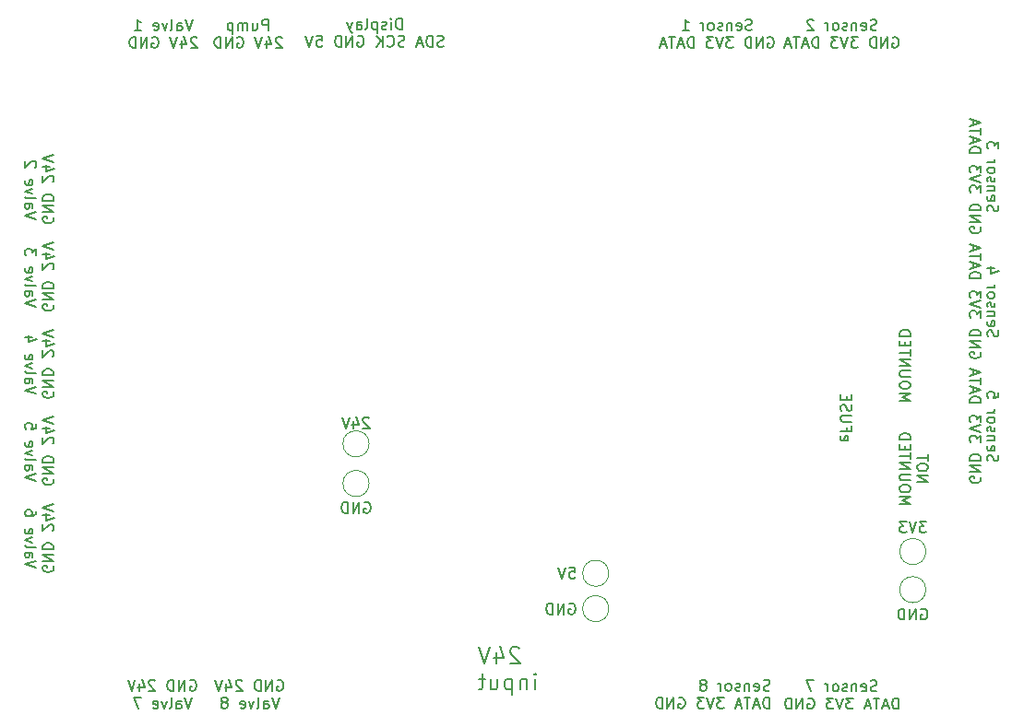
<source format=gbo>
G04 #@! TF.GenerationSoftware,KiCad,Pcbnew,7.0.7*
G04 #@! TF.CreationDate,2023-09-27T11:52:32+02:00*
G04 #@! TF.ProjectId,PCB_Layout_MOSFET,5043425f-4c61-4796-9f75-745f4d4f5346,rev?*
G04 #@! TF.SameCoordinates,Original*
G04 #@! TF.FileFunction,Legend,Bot*
G04 #@! TF.FilePolarity,Positive*
%FSLAX46Y46*%
G04 Gerber Fmt 4.6, Leading zero omitted, Abs format (unit mm)*
G04 Created by KiCad (PCBNEW 7.0.7) date 2023-09-27 11:52:32*
%MOMM*%
%LPD*%
G01*
G04 APERTURE LIST*
%ADD10C,0.150000*%
%ADD11C,0.200000*%
%ADD12C,0.120000*%
%ADD13C,1.700000*%
%ADD14C,1.800000*%
%ADD15R,1.560000X1.560000*%
%ADD16C,1.560000*%
%ADD17C,2.500000*%
%ADD18R,2.400000X2.400000*%
%ADD19C,2.400000*%
%ADD20C,4.300000*%
%ADD21C,2.000000*%
G04 APERTURE END LIST*
D10*
X187897800Y-95040476D02*
X187850180Y-94897619D01*
X187850180Y-94897619D02*
X187850180Y-94659524D01*
X187850180Y-94659524D02*
X187897800Y-94564286D01*
X187897800Y-94564286D02*
X187945419Y-94516667D01*
X187945419Y-94516667D02*
X188040657Y-94469048D01*
X188040657Y-94469048D02*
X188135895Y-94469048D01*
X188135895Y-94469048D02*
X188231133Y-94516667D01*
X188231133Y-94516667D02*
X188278752Y-94564286D01*
X188278752Y-94564286D02*
X188326371Y-94659524D01*
X188326371Y-94659524D02*
X188373990Y-94850000D01*
X188373990Y-94850000D02*
X188421609Y-94945238D01*
X188421609Y-94945238D02*
X188469228Y-94992857D01*
X188469228Y-94992857D02*
X188564466Y-95040476D01*
X188564466Y-95040476D02*
X188659704Y-95040476D01*
X188659704Y-95040476D02*
X188754942Y-94992857D01*
X188754942Y-94992857D02*
X188802561Y-94945238D01*
X188802561Y-94945238D02*
X188850180Y-94850000D01*
X188850180Y-94850000D02*
X188850180Y-94611905D01*
X188850180Y-94611905D02*
X188802561Y-94469048D01*
X187897800Y-93659524D02*
X187850180Y-93754762D01*
X187850180Y-93754762D02*
X187850180Y-93945238D01*
X187850180Y-93945238D02*
X187897800Y-94040476D01*
X187897800Y-94040476D02*
X187993038Y-94088095D01*
X187993038Y-94088095D02*
X188373990Y-94088095D01*
X188373990Y-94088095D02*
X188469228Y-94040476D01*
X188469228Y-94040476D02*
X188516847Y-93945238D01*
X188516847Y-93945238D02*
X188516847Y-93754762D01*
X188516847Y-93754762D02*
X188469228Y-93659524D01*
X188469228Y-93659524D02*
X188373990Y-93611905D01*
X188373990Y-93611905D02*
X188278752Y-93611905D01*
X188278752Y-93611905D02*
X188183514Y-94088095D01*
X188516847Y-93183333D02*
X187850180Y-93183333D01*
X188421609Y-93183333D02*
X188469228Y-93135714D01*
X188469228Y-93135714D02*
X188516847Y-93040476D01*
X188516847Y-93040476D02*
X188516847Y-92897619D01*
X188516847Y-92897619D02*
X188469228Y-92802381D01*
X188469228Y-92802381D02*
X188373990Y-92754762D01*
X188373990Y-92754762D02*
X187850180Y-92754762D01*
X187897800Y-92326190D02*
X187850180Y-92230952D01*
X187850180Y-92230952D02*
X187850180Y-92040476D01*
X187850180Y-92040476D02*
X187897800Y-91945238D01*
X187897800Y-91945238D02*
X187993038Y-91897619D01*
X187993038Y-91897619D02*
X188040657Y-91897619D01*
X188040657Y-91897619D02*
X188135895Y-91945238D01*
X188135895Y-91945238D02*
X188183514Y-92040476D01*
X188183514Y-92040476D02*
X188183514Y-92183333D01*
X188183514Y-92183333D02*
X188231133Y-92278571D01*
X188231133Y-92278571D02*
X188326371Y-92326190D01*
X188326371Y-92326190D02*
X188373990Y-92326190D01*
X188373990Y-92326190D02*
X188469228Y-92278571D01*
X188469228Y-92278571D02*
X188516847Y-92183333D01*
X188516847Y-92183333D02*
X188516847Y-92040476D01*
X188516847Y-92040476D02*
X188469228Y-91945238D01*
X187850180Y-91326190D02*
X187897800Y-91421428D01*
X187897800Y-91421428D02*
X187945419Y-91469047D01*
X187945419Y-91469047D02*
X188040657Y-91516666D01*
X188040657Y-91516666D02*
X188326371Y-91516666D01*
X188326371Y-91516666D02*
X188421609Y-91469047D01*
X188421609Y-91469047D02*
X188469228Y-91421428D01*
X188469228Y-91421428D02*
X188516847Y-91326190D01*
X188516847Y-91326190D02*
X188516847Y-91183333D01*
X188516847Y-91183333D02*
X188469228Y-91088095D01*
X188469228Y-91088095D02*
X188421609Y-91040476D01*
X188421609Y-91040476D02*
X188326371Y-90992857D01*
X188326371Y-90992857D02*
X188040657Y-90992857D01*
X188040657Y-90992857D02*
X187945419Y-91040476D01*
X187945419Y-91040476D02*
X187897800Y-91088095D01*
X187897800Y-91088095D02*
X187850180Y-91183333D01*
X187850180Y-91183333D02*
X187850180Y-91326190D01*
X187850180Y-90564285D02*
X188516847Y-90564285D01*
X188326371Y-90564285D02*
X188421609Y-90516666D01*
X188421609Y-90516666D02*
X188469228Y-90469047D01*
X188469228Y-90469047D02*
X188516847Y-90373809D01*
X188516847Y-90373809D02*
X188516847Y-90278571D01*
X188850180Y-89278570D02*
X188850180Y-88659523D01*
X188850180Y-88659523D02*
X188469228Y-88992856D01*
X188469228Y-88992856D02*
X188469228Y-88849999D01*
X188469228Y-88849999D02*
X188421609Y-88754761D01*
X188421609Y-88754761D02*
X188373990Y-88707142D01*
X188373990Y-88707142D02*
X188278752Y-88659523D01*
X188278752Y-88659523D02*
X188040657Y-88659523D01*
X188040657Y-88659523D02*
X187945419Y-88707142D01*
X187945419Y-88707142D02*
X187897800Y-88754761D01*
X187897800Y-88754761D02*
X187850180Y-88849999D01*
X187850180Y-88849999D02*
X187850180Y-89135713D01*
X187850180Y-89135713D02*
X187897800Y-89230951D01*
X187897800Y-89230951D02*
X187945419Y-89278570D01*
X187192561Y-96492857D02*
X187240180Y-96588095D01*
X187240180Y-96588095D02*
X187240180Y-96730952D01*
X187240180Y-96730952D02*
X187192561Y-96873809D01*
X187192561Y-96873809D02*
X187097323Y-96969047D01*
X187097323Y-96969047D02*
X187002085Y-97016666D01*
X187002085Y-97016666D02*
X186811609Y-97064285D01*
X186811609Y-97064285D02*
X186668752Y-97064285D01*
X186668752Y-97064285D02*
X186478276Y-97016666D01*
X186478276Y-97016666D02*
X186383038Y-96969047D01*
X186383038Y-96969047D02*
X186287800Y-96873809D01*
X186287800Y-96873809D02*
X186240180Y-96730952D01*
X186240180Y-96730952D02*
X186240180Y-96635714D01*
X186240180Y-96635714D02*
X186287800Y-96492857D01*
X186287800Y-96492857D02*
X186335419Y-96445238D01*
X186335419Y-96445238D02*
X186668752Y-96445238D01*
X186668752Y-96445238D02*
X186668752Y-96635714D01*
X186240180Y-96016666D02*
X187240180Y-96016666D01*
X187240180Y-96016666D02*
X186240180Y-95445238D01*
X186240180Y-95445238D02*
X187240180Y-95445238D01*
X186240180Y-94969047D02*
X187240180Y-94969047D01*
X187240180Y-94969047D02*
X187240180Y-94730952D01*
X187240180Y-94730952D02*
X187192561Y-94588095D01*
X187192561Y-94588095D02*
X187097323Y-94492857D01*
X187097323Y-94492857D02*
X187002085Y-94445238D01*
X187002085Y-94445238D02*
X186811609Y-94397619D01*
X186811609Y-94397619D02*
X186668752Y-94397619D01*
X186668752Y-94397619D02*
X186478276Y-94445238D01*
X186478276Y-94445238D02*
X186383038Y-94492857D01*
X186383038Y-94492857D02*
X186287800Y-94588095D01*
X186287800Y-94588095D02*
X186240180Y-94730952D01*
X186240180Y-94730952D02*
X186240180Y-94969047D01*
X187240180Y-93302380D02*
X187240180Y-92683333D01*
X187240180Y-92683333D02*
X186859228Y-93016666D01*
X186859228Y-93016666D02*
X186859228Y-92873809D01*
X186859228Y-92873809D02*
X186811609Y-92778571D01*
X186811609Y-92778571D02*
X186763990Y-92730952D01*
X186763990Y-92730952D02*
X186668752Y-92683333D01*
X186668752Y-92683333D02*
X186430657Y-92683333D01*
X186430657Y-92683333D02*
X186335419Y-92730952D01*
X186335419Y-92730952D02*
X186287800Y-92778571D01*
X186287800Y-92778571D02*
X186240180Y-92873809D01*
X186240180Y-92873809D02*
X186240180Y-93159523D01*
X186240180Y-93159523D02*
X186287800Y-93254761D01*
X186287800Y-93254761D02*
X186335419Y-93302380D01*
X187240180Y-92397618D02*
X186240180Y-92064285D01*
X186240180Y-92064285D02*
X187240180Y-91730952D01*
X187240180Y-91492856D02*
X187240180Y-90873809D01*
X187240180Y-90873809D02*
X186859228Y-91207142D01*
X186859228Y-91207142D02*
X186859228Y-91064285D01*
X186859228Y-91064285D02*
X186811609Y-90969047D01*
X186811609Y-90969047D02*
X186763990Y-90921428D01*
X186763990Y-90921428D02*
X186668752Y-90873809D01*
X186668752Y-90873809D02*
X186430657Y-90873809D01*
X186430657Y-90873809D02*
X186335419Y-90921428D01*
X186335419Y-90921428D02*
X186287800Y-90969047D01*
X186287800Y-90969047D02*
X186240180Y-91064285D01*
X186240180Y-91064285D02*
X186240180Y-91349999D01*
X186240180Y-91349999D02*
X186287800Y-91445237D01*
X186287800Y-91445237D02*
X186335419Y-91492856D01*
X186240180Y-89683332D02*
X187240180Y-89683332D01*
X187240180Y-89683332D02*
X187240180Y-89445237D01*
X187240180Y-89445237D02*
X187192561Y-89302380D01*
X187192561Y-89302380D02*
X187097323Y-89207142D01*
X187097323Y-89207142D02*
X187002085Y-89159523D01*
X187002085Y-89159523D02*
X186811609Y-89111904D01*
X186811609Y-89111904D02*
X186668752Y-89111904D01*
X186668752Y-89111904D02*
X186478276Y-89159523D01*
X186478276Y-89159523D02*
X186383038Y-89207142D01*
X186383038Y-89207142D02*
X186287800Y-89302380D01*
X186287800Y-89302380D02*
X186240180Y-89445237D01*
X186240180Y-89445237D02*
X186240180Y-89683332D01*
X186525895Y-88730951D02*
X186525895Y-88254761D01*
X186240180Y-88826189D02*
X187240180Y-88492856D01*
X187240180Y-88492856D02*
X186240180Y-88159523D01*
X187240180Y-87969046D02*
X187240180Y-87397618D01*
X186240180Y-87683332D02*
X187240180Y-87683332D01*
X186525895Y-87111903D02*
X186525895Y-86635713D01*
X186240180Y-87207141D02*
X187240180Y-86873808D01*
X187240180Y-86873808D02*
X186240180Y-86540475D01*
X114673809Y-138147438D02*
X114769047Y-138099819D01*
X114769047Y-138099819D02*
X114911904Y-138099819D01*
X114911904Y-138099819D02*
X115054761Y-138147438D01*
X115054761Y-138147438D02*
X115149999Y-138242676D01*
X115149999Y-138242676D02*
X115197618Y-138337914D01*
X115197618Y-138337914D02*
X115245237Y-138528390D01*
X115245237Y-138528390D02*
X115245237Y-138671247D01*
X115245237Y-138671247D02*
X115197618Y-138861723D01*
X115197618Y-138861723D02*
X115149999Y-138956961D01*
X115149999Y-138956961D02*
X115054761Y-139052200D01*
X115054761Y-139052200D02*
X114911904Y-139099819D01*
X114911904Y-139099819D02*
X114816666Y-139099819D01*
X114816666Y-139099819D02*
X114673809Y-139052200D01*
X114673809Y-139052200D02*
X114626190Y-139004580D01*
X114626190Y-139004580D02*
X114626190Y-138671247D01*
X114626190Y-138671247D02*
X114816666Y-138671247D01*
X114197618Y-139099819D02*
X114197618Y-138099819D01*
X114197618Y-138099819D02*
X113626190Y-139099819D01*
X113626190Y-139099819D02*
X113626190Y-138099819D01*
X113149999Y-139099819D02*
X113149999Y-138099819D01*
X113149999Y-138099819D02*
X112911904Y-138099819D01*
X112911904Y-138099819D02*
X112769047Y-138147438D01*
X112769047Y-138147438D02*
X112673809Y-138242676D01*
X112673809Y-138242676D02*
X112626190Y-138337914D01*
X112626190Y-138337914D02*
X112578571Y-138528390D01*
X112578571Y-138528390D02*
X112578571Y-138671247D01*
X112578571Y-138671247D02*
X112626190Y-138861723D01*
X112626190Y-138861723D02*
X112673809Y-138956961D01*
X112673809Y-138956961D02*
X112769047Y-139052200D01*
X112769047Y-139052200D02*
X112911904Y-139099819D01*
X112911904Y-139099819D02*
X113149999Y-139099819D01*
X111435713Y-138195057D02*
X111388094Y-138147438D01*
X111388094Y-138147438D02*
X111292856Y-138099819D01*
X111292856Y-138099819D02*
X111054761Y-138099819D01*
X111054761Y-138099819D02*
X110959523Y-138147438D01*
X110959523Y-138147438D02*
X110911904Y-138195057D01*
X110911904Y-138195057D02*
X110864285Y-138290295D01*
X110864285Y-138290295D02*
X110864285Y-138385533D01*
X110864285Y-138385533D02*
X110911904Y-138528390D01*
X110911904Y-138528390D02*
X111483332Y-139099819D01*
X111483332Y-139099819D02*
X110864285Y-139099819D01*
X110007142Y-138433152D02*
X110007142Y-139099819D01*
X110245237Y-138052200D02*
X110483332Y-138766485D01*
X110483332Y-138766485D02*
X109864285Y-138766485D01*
X109626189Y-138099819D02*
X109292856Y-139099819D01*
X109292856Y-139099819D02*
X108959523Y-138099819D01*
X114864285Y-139709819D02*
X114530952Y-140709819D01*
X114530952Y-140709819D02*
X114197619Y-139709819D01*
X113435714Y-140709819D02*
X113435714Y-140186009D01*
X113435714Y-140186009D02*
X113483333Y-140090771D01*
X113483333Y-140090771D02*
X113578571Y-140043152D01*
X113578571Y-140043152D02*
X113769047Y-140043152D01*
X113769047Y-140043152D02*
X113864285Y-140090771D01*
X113435714Y-140662200D02*
X113530952Y-140709819D01*
X113530952Y-140709819D02*
X113769047Y-140709819D01*
X113769047Y-140709819D02*
X113864285Y-140662200D01*
X113864285Y-140662200D02*
X113911904Y-140566961D01*
X113911904Y-140566961D02*
X113911904Y-140471723D01*
X113911904Y-140471723D02*
X113864285Y-140376485D01*
X113864285Y-140376485D02*
X113769047Y-140328866D01*
X113769047Y-140328866D02*
X113530952Y-140328866D01*
X113530952Y-140328866D02*
X113435714Y-140281247D01*
X112816666Y-140709819D02*
X112911904Y-140662200D01*
X112911904Y-140662200D02*
X112959523Y-140566961D01*
X112959523Y-140566961D02*
X112959523Y-139709819D01*
X112530951Y-140043152D02*
X112292856Y-140709819D01*
X112292856Y-140709819D02*
X112054761Y-140043152D01*
X111292856Y-140662200D02*
X111388094Y-140709819D01*
X111388094Y-140709819D02*
X111578570Y-140709819D01*
X111578570Y-140709819D02*
X111673808Y-140662200D01*
X111673808Y-140662200D02*
X111721427Y-140566961D01*
X111721427Y-140566961D02*
X111721427Y-140186009D01*
X111721427Y-140186009D02*
X111673808Y-140090771D01*
X111673808Y-140090771D02*
X111578570Y-140043152D01*
X111578570Y-140043152D02*
X111388094Y-140043152D01*
X111388094Y-140043152D02*
X111292856Y-140090771D01*
X111292856Y-140090771D02*
X111245237Y-140186009D01*
X111245237Y-140186009D02*
X111245237Y-140281247D01*
X111245237Y-140281247D02*
X111721427Y-140376485D01*
X110149998Y-139709819D02*
X109483332Y-139709819D01*
X109483332Y-139709819D02*
X109911903Y-140709819D01*
X131090475Y-114050057D02*
X131042856Y-114002438D01*
X131042856Y-114002438D02*
X130947618Y-113954819D01*
X130947618Y-113954819D02*
X130709523Y-113954819D01*
X130709523Y-113954819D02*
X130614285Y-114002438D01*
X130614285Y-114002438D02*
X130566666Y-114050057D01*
X130566666Y-114050057D02*
X130519047Y-114145295D01*
X130519047Y-114145295D02*
X130519047Y-114240533D01*
X130519047Y-114240533D02*
X130566666Y-114383390D01*
X130566666Y-114383390D02*
X131138094Y-114954819D01*
X131138094Y-114954819D02*
X130519047Y-114954819D01*
X129661904Y-114288152D02*
X129661904Y-114954819D01*
X129899999Y-113907200D02*
X130138094Y-114621485D01*
X130138094Y-114621485D02*
X129519047Y-114621485D01*
X129280951Y-113954819D02*
X128947618Y-114954819D01*
X128947618Y-114954819D02*
X128614285Y-113954819D01*
X130661904Y-121802438D02*
X130757142Y-121754819D01*
X130757142Y-121754819D02*
X130899999Y-121754819D01*
X130899999Y-121754819D02*
X131042856Y-121802438D01*
X131042856Y-121802438D02*
X131138094Y-121897676D01*
X131138094Y-121897676D02*
X131185713Y-121992914D01*
X131185713Y-121992914D02*
X131233332Y-122183390D01*
X131233332Y-122183390D02*
X131233332Y-122326247D01*
X131233332Y-122326247D02*
X131185713Y-122516723D01*
X131185713Y-122516723D02*
X131138094Y-122611961D01*
X131138094Y-122611961D02*
X131042856Y-122707200D01*
X131042856Y-122707200D02*
X130899999Y-122754819D01*
X130899999Y-122754819D02*
X130804761Y-122754819D01*
X130804761Y-122754819D02*
X130661904Y-122707200D01*
X130661904Y-122707200D02*
X130614285Y-122659580D01*
X130614285Y-122659580D02*
X130614285Y-122326247D01*
X130614285Y-122326247D02*
X130804761Y-122326247D01*
X130185713Y-122754819D02*
X130185713Y-121754819D01*
X130185713Y-121754819D02*
X129614285Y-122754819D01*
X129614285Y-122754819D02*
X129614285Y-121754819D01*
X129138094Y-122754819D02*
X129138094Y-121754819D01*
X129138094Y-121754819D02*
X128899999Y-121754819D01*
X128899999Y-121754819D02*
X128757142Y-121802438D01*
X128757142Y-121802438D02*
X128661904Y-121897676D01*
X128661904Y-121897676D02*
X128614285Y-121992914D01*
X128614285Y-121992914D02*
X128566666Y-122183390D01*
X128566666Y-122183390D02*
X128566666Y-122326247D01*
X128566666Y-122326247D02*
X128614285Y-122516723D01*
X128614285Y-122516723D02*
X128661904Y-122611961D01*
X128661904Y-122611961D02*
X128757142Y-122707200D01*
X128757142Y-122707200D02*
X128899999Y-122754819D01*
X128899999Y-122754819D02*
X129138094Y-122754819D01*
X102102561Y-103623809D02*
X102150180Y-103719047D01*
X102150180Y-103719047D02*
X102150180Y-103861904D01*
X102150180Y-103861904D02*
X102102561Y-104004761D01*
X102102561Y-104004761D02*
X102007323Y-104099999D01*
X102007323Y-104099999D02*
X101912085Y-104147618D01*
X101912085Y-104147618D02*
X101721609Y-104195237D01*
X101721609Y-104195237D02*
X101578752Y-104195237D01*
X101578752Y-104195237D02*
X101388276Y-104147618D01*
X101388276Y-104147618D02*
X101293038Y-104099999D01*
X101293038Y-104099999D02*
X101197800Y-104004761D01*
X101197800Y-104004761D02*
X101150180Y-103861904D01*
X101150180Y-103861904D02*
X101150180Y-103766666D01*
X101150180Y-103766666D02*
X101197800Y-103623809D01*
X101197800Y-103623809D02*
X101245419Y-103576190D01*
X101245419Y-103576190D02*
X101578752Y-103576190D01*
X101578752Y-103576190D02*
X101578752Y-103766666D01*
X101150180Y-103147618D02*
X102150180Y-103147618D01*
X102150180Y-103147618D02*
X101150180Y-102576190D01*
X101150180Y-102576190D02*
X102150180Y-102576190D01*
X101150180Y-102099999D02*
X102150180Y-102099999D01*
X102150180Y-102099999D02*
X102150180Y-101861904D01*
X102150180Y-101861904D02*
X102102561Y-101719047D01*
X102102561Y-101719047D02*
X102007323Y-101623809D01*
X102007323Y-101623809D02*
X101912085Y-101576190D01*
X101912085Y-101576190D02*
X101721609Y-101528571D01*
X101721609Y-101528571D02*
X101578752Y-101528571D01*
X101578752Y-101528571D02*
X101388276Y-101576190D01*
X101388276Y-101576190D02*
X101293038Y-101623809D01*
X101293038Y-101623809D02*
X101197800Y-101719047D01*
X101197800Y-101719047D02*
X101150180Y-101861904D01*
X101150180Y-101861904D02*
X101150180Y-102099999D01*
X102054942Y-100385713D02*
X102102561Y-100338094D01*
X102102561Y-100338094D02*
X102150180Y-100242856D01*
X102150180Y-100242856D02*
X102150180Y-100004761D01*
X102150180Y-100004761D02*
X102102561Y-99909523D01*
X102102561Y-99909523D02*
X102054942Y-99861904D01*
X102054942Y-99861904D02*
X101959704Y-99814285D01*
X101959704Y-99814285D02*
X101864466Y-99814285D01*
X101864466Y-99814285D02*
X101721609Y-99861904D01*
X101721609Y-99861904D02*
X101150180Y-100433332D01*
X101150180Y-100433332D02*
X101150180Y-99814285D01*
X101816847Y-98957142D02*
X101150180Y-98957142D01*
X102197800Y-99195237D02*
X101483514Y-99433332D01*
X101483514Y-99433332D02*
X101483514Y-98814285D01*
X102150180Y-98576189D02*
X101150180Y-98242856D01*
X101150180Y-98242856D02*
X102150180Y-97909523D01*
X100540180Y-103814285D02*
X99540180Y-103480952D01*
X99540180Y-103480952D02*
X100540180Y-103147619D01*
X99540180Y-102385714D02*
X100063990Y-102385714D01*
X100063990Y-102385714D02*
X100159228Y-102433333D01*
X100159228Y-102433333D02*
X100206847Y-102528571D01*
X100206847Y-102528571D02*
X100206847Y-102719047D01*
X100206847Y-102719047D02*
X100159228Y-102814285D01*
X99587800Y-102385714D02*
X99540180Y-102480952D01*
X99540180Y-102480952D02*
X99540180Y-102719047D01*
X99540180Y-102719047D02*
X99587800Y-102814285D01*
X99587800Y-102814285D02*
X99683038Y-102861904D01*
X99683038Y-102861904D02*
X99778276Y-102861904D01*
X99778276Y-102861904D02*
X99873514Y-102814285D01*
X99873514Y-102814285D02*
X99921133Y-102719047D01*
X99921133Y-102719047D02*
X99921133Y-102480952D01*
X99921133Y-102480952D02*
X99968752Y-102385714D01*
X99540180Y-101766666D02*
X99587800Y-101861904D01*
X99587800Y-101861904D02*
X99683038Y-101909523D01*
X99683038Y-101909523D02*
X100540180Y-101909523D01*
X100206847Y-101480951D02*
X99540180Y-101242856D01*
X99540180Y-101242856D02*
X100206847Y-101004761D01*
X99587800Y-100242856D02*
X99540180Y-100338094D01*
X99540180Y-100338094D02*
X99540180Y-100528570D01*
X99540180Y-100528570D02*
X99587800Y-100623808D01*
X99587800Y-100623808D02*
X99683038Y-100671427D01*
X99683038Y-100671427D02*
X100063990Y-100671427D01*
X100063990Y-100671427D02*
X100159228Y-100623808D01*
X100159228Y-100623808D02*
X100206847Y-100528570D01*
X100206847Y-100528570D02*
X100206847Y-100338094D01*
X100206847Y-100338094D02*
X100159228Y-100242856D01*
X100159228Y-100242856D02*
X100063990Y-100195237D01*
X100063990Y-100195237D02*
X99968752Y-100195237D01*
X99968752Y-100195237D02*
X99873514Y-100671427D01*
X100540180Y-99099998D02*
X100540180Y-98480951D01*
X100540180Y-98480951D02*
X100159228Y-98814284D01*
X100159228Y-98814284D02*
X100159228Y-98671427D01*
X100159228Y-98671427D02*
X100111609Y-98576189D01*
X100111609Y-98576189D02*
X100063990Y-98528570D01*
X100063990Y-98528570D02*
X99968752Y-98480951D01*
X99968752Y-98480951D02*
X99730657Y-98480951D01*
X99730657Y-98480951D02*
X99635419Y-98528570D01*
X99635419Y-98528570D02*
X99587800Y-98576189D01*
X99587800Y-98576189D02*
X99540180Y-98671427D01*
X99540180Y-98671427D02*
X99540180Y-98957141D01*
X99540180Y-98957141D02*
X99587800Y-99052379D01*
X99587800Y-99052379D02*
X99635419Y-99099998D01*
X134102380Y-78299819D02*
X134102380Y-77299819D01*
X134102380Y-77299819D02*
X133864285Y-77299819D01*
X133864285Y-77299819D02*
X133721428Y-77347438D01*
X133721428Y-77347438D02*
X133626190Y-77442676D01*
X133626190Y-77442676D02*
X133578571Y-77537914D01*
X133578571Y-77537914D02*
X133530952Y-77728390D01*
X133530952Y-77728390D02*
X133530952Y-77871247D01*
X133530952Y-77871247D02*
X133578571Y-78061723D01*
X133578571Y-78061723D02*
X133626190Y-78156961D01*
X133626190Y-78156961D02*
X133721428Y-78252200D01*
X133721428Y-78252200D02*
X133864285Y-78299819D01*
X133864285Y-78299819D02*
X134102380Y-78299819D01*
X133102380Y-78299819D02*
X133102380Y-77633152D01*
X133102380Y-77299819D02*
X133149999Y-77347438D01*
X133149999Y-77347438D02*
X133102380Y-77395057D01*
X133102380Y-77395057D02*
X133054761Y-77347438D01*
X133054761Y-77347438D02*
X133102380Y-77299819D01*
X133102380Y-77299819D02*
X133102380Y-77395057D01*
X132673809Y-78252200D02*
X132578571Y-78299819D01*
X132578571Y-78299819D02*
X132388095Y-78299819D01*
X132388095Y-78299819D02*
X132292857Y-78252200D01*
X132292857Y-78252200D02*
X132245238Y-78156961D01*
X132245238Y-78156961D02*
X132245238Y-78109342D01*
X132245238Y-78109342D02*
X132292857Y-78014104D01*
X132292857Y-78014104D02*
X132388095Y-77966485D01*
X132388095Y-77966485D02*
X132530952Y-77966485D01*
X132530952Y-77966485D02*
X132626190Y-77918866D01*
X132626190Y-77918866D02*
X132673809Y-77823628D01*
X132673809Y-77823628D02*
X132673809Y-77776009D01*
X132673809Y-77776009D02*
X132626190Y-77680771D01*
X132626190Y-77680771D02*
X132530952Y-77633152D01*
X132530952Y-77633152D02*
X132388095Y-77633152D01*
X132388095Y-77633152D02*
X132292857Y-77680771D01*
X131816666Y-77633152D02*
X131816666Y-78633152D01*
X131816666Y-77680771D02*
X131721428Y-77633152D01*
X131721428Y-77633152D02*
X131530952Y-77633152D01*
X131530952Y-77633152D02*
X131435714Y-77680771D01*
X131435714Y-77680771D02*
X131388095Y-77728390D01*
X131388095Y-77728390D02*
X131340476Y-77823628D01*
X131340476Y-77823628D02*
X131340476Y-78109342D01*
X131340476Y-78109342D02*
X131388095Y-78204580D01*
X131388095Y-78204580D02*
X131435714Y-78252200D01*
X131435714Y-78252200D02*
X131530952Y-78299819D01*
X131530952Y-78299819D02*
X131721428Y-78299819D01*
X131721428Y-78299819D02*
X131816666Y-78252200D01*
X130769047Y-78299819D02*
X130864285Y-78252200D01*
X130864285Y-78252200D02*
X130911904Y-78156961D01*
X130911904Y-78156961D02*
X130911904Y-77299819D01*
X129959523Y-78299819D02*
X129959523Y-77776009D01*
X129959523Y-77776009D02*
X130007142Y-77680771D01*
X130007142Y-77680771D02*
X130102380Y-77633152D01*
X130102380Y-77633152D02*
X130292856Y-77633152D01*
X130292856Y-77633152D02*
X130388094Y-77680771D01*
X129959523Y-78252200D02*
X130054761Y-78299819D01*
X130054761Y-78299819D02*
X130292856Y-78299819D01*
X130292856Y-78299819D02*
X130388094Y-78252200D01*
X130388094Y-78252200D02*
X130435713Y-78156961D01*
X130435713Y-78156961D02*
X130435713Y-78061723D01*
X130435713Y-78061723D02*
X130388094Y-77966485D01*
X130388094Y-77966485D02*
X130292856Y-77918866D01*
X130292856Y-77918866D02*
X130054761Y-77918866D01*
X130054761Y-77918866D02*
X129959523Y-77871247D01*
X129578570Y-77633152D02*
X129340475Y-78299819D01*
X129102380Y-77633152D02*
X129340475Y-78299819D01*
X129340475Y-78299819D02*
X129435713Y-78537914D01*
X129435713Y-78537914D02*
X129483332Y-78585533D01*
X129483332Y-78585533D02*
X129578570Y-78633152D01*
X137911904Y-79862200D02*
X137769047Y-79909819D01*
X137769047Y-79909819D02*
X137530952Y-79909819D01*
X137530952Y-79909819D02*
X137435714Y-79862200D01*
X137435714Y-79862200D02*
X137388095Y-79814580D01*
X137388095Y-79814580D02*
X137340476Y-79719342D01*
X137340476Y-79719342D02*
X137340476Y-79624104D01*
X137340476Y-79624104D02*
X137388095Y-79528866D01*
X137388095Y-79528866D02*
X137435714Y-79481247D01*
X137435714Y-79481247D02*
X137530952Y-79433628D01*
X137530952Y-79433628D02*
X137721428Y-79386009D01*
X137721428Y-79386009D02*
X137816666Y-79338390D01*
X137816666Y-79338390D02*
X137864285Y-79290771D01*
X137864285Y-79290771D02*
X137911904Y-79195533D01*
X137911904Y-79195533D02*
X137911904Y-79100295D01*
X137911904Y-79100295D02*
X137864285Y-79005057D01*
X137864285Y-79005057D02*
X137816666Y-78957438D01*
X137816666Y-78957438D02*
X137721428Y-78909819D01*
X137721428Y-78909819D02*
X137483333Y-78909819D01*
X137483333Y-78909819D02*
X137340476Y-78957438D01*
X136911904Y-79909819D02*
X136911904Y-78909819D01*
X136911904Y-78909819D02*
X136673809Y-78909819D01*
X136673809Y-78909819D02*
X136530952Y-78957438D01*
X136530952Y-78957438D02*
X136435714Y-79052676D01*
X136435714Y-79052676D02*
X136388095Y-79147914D01*
X136388095Y-79147914D02*
X136340476Y-79338390D01*
X136340476Y-79338390D02*
X136340476Y-79481247D01*
X136340476Y-79481247D02*
X136388095Y-79671723D01*
X136388095Y-79671723D02*
X136435714Y-79766961D01*
X136435714Y-79766961D02*
X136530952Y-79862200D01*
X136530952Y-79862200D02*
X136673809Y-79909819D01*
X136673809Y-79909819D02*
X136911904Y-79909819D01*
X135959523Y-79624104D02*
X135483333Y-79624104D01*
X136054761Y-79909819D02*
X135721428Y-78909819D01*
X135721428Y-78909819D02*
X135388095Y-79909819D01*
X134340475Y-79862200D02*
X134197618Y-79909819D01*
X134197618Y-79909819D02*
X133959523Y-79909819D01*
X133959523Y-79909819D02*
X133864285Y-79862200D01*
X133864285Y-79862200D02*
X133816666Y-79814580D01*
X133816666Y-79814580D02*
X133769047Y-79719342D01*
X133769047Y-79719342D02*
X133769047Y-79624104D01*
X133769047Y-79624104D02*
X133816666Y-79528866D01*
X133816666Y-79528866D02*
X133864285Y-79481247D01*
X133864285Y-79481247D02*
X133959523Y-79433628D01*
X133959523Y-79433628D02*
X134149999Y-79386009D01*
X134149999Y-79386009D02*
X134245237Y-79338390D01*
X134245237Y-79338390D02*
X134292856Y-79290771D01*
X134292856Y-79290771D02*
X134340475Y-79195533D01*
X134340475Y-79195533D02*
X134340475Y-79100295D01*
X134340475Y-79100295D02*
X134292856Y-79005057D01*
X134292856Y-79005057D02*
X134245237Y-78957438D01*
X134245237Y-78957438D02*
X134149999Y-78909819D01*
X134149999Y-78909819D02*
X133911904Y-78909819D01*
X133911904Y-78909819D02*
X133769047Y-78957438D01*
X132769047Y-79814580D02*
X132816666Y-79862200D01*
X132816666Y-79862200D02*
X132959523Y-79909819D01*
X132959523Y-79909819D02*
X133054761Y-79909819D01*
X133054761Y-79909819D02*
X133197618Y-79862200D01*
X133197618Y-79862200D02*
X133292856Y-79766961D01*
X133292856Y-79766961D02*
X133340475Y-79671723D01*
X133340475Y-79671723D02*
X133388094Y-79481247D01*
X133388094Y-79481247D02*
X133388094Y-79338390D01*
X133388094Y-79338390D02*
X133340475Y-79147914D01*
X133340475Y-79147914D02*
X133292856Y-79052676D01*
X133292856Y-79052676D02*
X133197618Y-78957438D01*
X133197618Y-78957438D02*
X133054761Y-78909819D01*
X133054761Y-78909819D02*
X132959523Y-78909819D01*
X132959523Y-78909819D02*
X132816666Y-78957438D01*
X132816666Y-78957438D02*
X132769047Y-79005057D01*
X132340475Y-79909819D02*
X132340475Y-78909819D01*
X131769047Y-79909819D02*
X132197618Y-79338390D01*
X131769047Y-78909819D02*
X132340475Y-79481247D01*
X130054761Y-78957438D02*
X130149999Y-78909819D01*
X130149999Y-78909819D02*
X130292856Y-78909819D01*
X130292856Y-78909819D02*
X130435713Y-78957438D01*
X130435713Y-78957438D02*
X130530951Y-79052676D01*
X130530951Y-79052676D02*
X130578570Y-79147914D01*
X130578570Y-79147914D02*
X130626189Y-79338390D01*
X130626189Y-79338390D02*
X130626189Y-79481247D01*
X130626189Y-79481247D02*
X130578570Y-79671723D01*
X130578570Y-79671723D02*
X130530951Y-79766961D01*
X130530951Y-79766961D02*
X130435713Y-79862200D01*
X130435713Y-79862200D02*
X130292856Y-79909819D01*
X130292856Y-79909819D02*
X130197618Y-79909819D01*
X130197618Y-79909819D02*
X130054761Y-79862200D01*
X130054761Y-79862200D02*
X130007142Y-79814580D01*
X130007142Y-79814580D02*
X130007142Y-79481247D01*
X130007142Y-79481247D02*
X130197618Y-79481247D01*
X129578570Y-79909819D02*
X129578570Y-78909819D01*
X129578570Y-78909819D02*
X129007142Y-79909819D01*
X129007142Y-79909819D02*
X129007142Y-78909819D01*
X128530951Y-79909819D02*
X128530951Y-78909819D01*
X128530951Y-78909819D02*
X128292856Y-78909819D01*
X128292856Y-78909819D02*
X128149999Y-78957438D01*
X128149999Y-78957438D02*
X128054761Y-79052676D01*
X128054761Y-79052676D02*
X128007142Y-79147914D01*
X128007142Y-79147914D02*
X127959523Y-79338390D01*
X127959523Y-79338390D02*
X127959523Y-79481247D01*
X127959523Y-79481247D02*
X128007142Y-79671723D01*
X128007142Y-79671723D02*
X128054761Y-79766961D01*
X128054761Y-79766961D02*
X128149999Y-79862200D01*
X128149999Y-79862200D02*
X128292856Y-79909819D01*
X128292856Y-79909819D02*
X128530951Y-79909819D01*
X126292856Y-78909819D02*
X126769046Y-78909819D01*
X126769046Y-78909819D02*
X126816665Y-79386009D01*
X126816665Y-79386009D02*
X126769046Y-79338390D01*
X126769046Y-79338390D02*
X126673808Y-79290771D01*
X126673808Y-79290771D02*
X126435713Y-79290771D01*
X126435713Y-79290771D02*
X126340475Y-79338390D01*
X126340475Y-79338390D02*
X126292856Y-79386009D01*
X126292856Y-79386009D02*
X126245237Y-79481247D01*
X126245237Y-79481247D02*
X126245237Y-79719342D01*
X126245237Y-79719342D02*
X126292856Y-79814580D01*
X126292856Y-79814580D02*
X126340475Y-79862200D01*
X126340475Y-79862200D02*
X126435713Y-79909819D01*
X126435713Y-79909819D02*
X126673808Y-79909819D01*
X126673808Y-79909819D02*
X126769046Y-79862200D01*
X126769046Y-79862200D02*
X126816665Y-79814580D01*
X125959522Y-78909819D02*
X125626189Y-79909819D01*
X125626189Y-79909819D02*
X125292856Y-78909819D01*
X166240476Y-78352200D02*
X166097619Y-78399819D01*
X166097619Y-78399819D02*
X165859524Y-78399819D01*
X165859524Y-78399819D02*
X165764286Y-78352200D01*
X165764286Y-78352200D02*
X165716667Y-78304580D01*
X165716667Y-78304580D02*
X165669048Y-78209342D01*
X165669048Y-78209342D02*
X165669048Y-78114104D01*
X165669048Y-78114104D02*
X165716667Y-78018866D01*
X165716667Y-78018866D02*
X165764286Y-77971247D01*
X165764286Y-77971247D02*
X165859524Y-77923628D01*
X165859524Y-77923628D02*
X166050000Y-77876009D01*
X166050000Y-77876009D02*
X166145238Y-77828390D01*
X166145238Y-77828390D02*
X166192857Y-77780771D01*
X166192857Y-77780771D02*
X166240476Y-77685533D01*
X166240476Y-77685533D02*
X166240476Y-77590295D01*
X166240476Y-77590295D02*
X166192857Y-77495057D01*
X166192857Y-77495057D02*
X166145238Y-77447438D01*
X166145238Y-77447438D02*
X166050000Y-77399819D01*
X166050000Y-77399819D02*
X165811905Y-77399819D01*
X165811905Y-77399819D02*
X165669048Y-77447438D01*
X164859524Y-78352200D02*
X164954762Y-78399819D01*
X164954762Y-78399819D02*
X165145238Y-78399819D01*
X165145238Y-78399819D02*
X165240476Y-78352200D01*
X165240476Y-78352200D02*
X165288095Y-78256961D01*
X165288095Y-78256961D02*
X165288095Y-77876009D01*
X165288095Y-77876009D02*
X165240476Y-77780771D01*
X165240476Y-77780771D02*
X165145238Y-77733152D01*
X165145238Y-77733152D02*
X164954762Y-77733152D01*
X164954762Y-77733152D02*
X164859524Y-77780771D01*
X164859524Y-77780771D02*
X164811905Y-77876009D01*
X164811905Y-77876009D02*
X164811905Y-77971247D01*
X164811905Y-77971247D02*
X165288095Y-78066485D01*
X164383333Y-77733152D02*
X164383333Y-78399819D01*
X164383333Y-77828390D02*
X164335714Y-77780771D01*
X164335714Y-77780771D02*
X164240476Y-77733152D01*
X164240476Y-77733152D02*
X164097619Y-77733152D01*
X164097619Y-77733152D02*
X164002381Y-77780771D01*
X164002381Y-77780771D02*
X163954762Y-77876009D01*
X163954762Y-77876009D02*
X163954762Y-78399819D01*
X163526190Y-78352200D02*
X163430952Y-78399819D01*
X163430952Y-78399819D02*
X163240476Y-78399819D01*
X163240476Y-78399819D02*
X163145238Y-78352200D01*
X163145238Y-78352200D02*
X163097619Y-78256961D01*
X163097619Y-78256961D02*
X163097619Y-78209342D01*
X163097619Y-78209342D02*
X163145238Y-78114104D01*
X163145238Y-78114104D02*
X163240476Y-78066485D01*
X163240476Y-78066485D02*
X163383333Y-78066485D01*
X163383333Y-78066485D02*
X163478571Y-78018866D01*
X163478571Y-78018866D02*
X163526190Y-77923628D01*
X163526190Y-77923628D02*
X163526190Y-77876009D01*
X163526190Y-77876009D02*
X163478571Y-77780771D01*
X163478571Y-77780771D02*
X163383333Y-77733152D01*
X163383333Y-77733152D02*
X163240476Y-77733152D01*
X163240476Y-77733152D02*
X163145238Y-77780771D01*
X162526190Y-78399819D02*
X162621428Y-78352200D01*
X162621428Y-78352200D02*
X162669047Y-78304580D01*
X162669047Y-78304580D02*
X162716666Y-78209342D01*
X162716666Y-78209342D02*
X162716666Y-77923628D01*
X162716666Y-77923628D02*
X162669047Y-77828390D01*
X162669047Y-77828390D02*
X162621428Y-77780771D01*
X162621428Y-77780771D02*
X162526190Y-77733152D01*
X162526190Y-77733152D02*
X162383333Y-77733152D01*
X162383333Y-77733152D02*
X162288095Y-77780771D01*
X162288095Y-77780771D02*
X162240476Y-77828390D01*
X162240476Y-77828390D02*
X162192857Y-77923628D01*
X162192857Y-77923628D02*
X162192857Y-78209342D01*
X162192857Y-78209342D02*
X162240476Y-78304580D01*
X162240476Y-78304580D02*
X162288095Y-78352200D01*
X162288095Y-78352200D02*
X162383333Y-78399819D01*
X162383333Y-78399819D02*
X162526190Y-78399819D01*
X161764285Y-78399819D02*
X161764285Y-77733152D01*
X161764285Y-77923628D02*
X161716666Y-77828390D01*
X161716666Y-77828390D02*
X161669047Y-77780771D01*
X161669047Y-77780771D02*
X161573809Y-77733152D01*
X161573809Y-77733152D02*
X161478571Y-77733152D01*
X159859523Y-78399819D02*
X160430951Y-78399819D01*
X160145237Y-78399819D02*
X160145237Y-77399819D01*
X160145237Y-77399819D02*
X160240475Y-77542676D01*
X160240475Y-77542676D02*
X160335713Y-77637914D01*
X160335713Y-77637914D02*
X160430951Y-77685533D01*
X167692857Y-79057438D02*
X167788095Y-79009819D01*
X167788095Y-79009819D02*
X167930952Y-79009819D01*
X167930952Y-79009819D02*
X168073809Y-79057438D01*
X168073809Y-79057438D02*
X168169047Y-79152676D01*
X168169047Y-79152676D02*
X168216666Y-79247914D01*
X168216666Y-79247914D02*
X168264285Y-79438390D01*
X168264285Y-79438390D02*
X168264285Y-79581247D01*
X168264285Y-79581247D02*
X168216666Y-79771723D01*
X168216666Y-79771723D02*
X168169047Y-79866961D01*
X168169047Y-79866961D02*
X168073809Y-79962200D01*
X168073809Y-79962200D02*
X167930952Y-80009819D01*
X167930952Y-80009819D02*
X167835714Y-80009819D01*
X167835714Y-80009819D02*
X167692857Y-79962200D01*
X167692857Y-79962200D02*
X167645238Y-79914580D01*
X167645238Y-79914580D02*
X167645238Y-79581247D01*
X167645238Y-79581247D02*
X167835714Y-79581247D01*
X167216666Y-80009819D02*
X167216666Y-79009819D01*
X167216666Y-79009819D02*
X166645238Y-80009819D01*
X166645238Y-80009819D02*
X166645238Y-79009819D01*
X166169047Y-80009819D02*
X166169047Y-79009819D01*
X166169047Y-79009819D02*
X165930952Y-79009819D01*
X165930952Y-79009819D02*
X165788095Y-79057438D01*
X165788095Y-79057438D02*
X165692857Y-79152676D01*
X165692857Y-79152676D02*
X165645238Y-79247914D01*
X165645238Y-79247914D02*
X165597619Y-79438390D01*
X165597619Y-79438390D02*
X165597619Y-79581247D01*
X165597619Y-79581247D02*
X165645238Y-79771723D01*
X165645238Y-79771723D02*
X165692857Y-79866961D01*
X165692857Y-79866961D02*
X165788095Y-79962200D01*
X165788095Y-79962200D02*
X165930952Y-80009819D01*
X165930952Y-80009819D02*
X166169047Y-80009819D01*
X164502380Y-79009819D02*
X163883333Y-79009819D01*
X163883333Y-79009819D02*
X164216666Y-79390771D01*
X164216666Y-79390771D02*
X164073809Y-79390771D01*
X164073809Y-79390771D02*
X163978571Y-79438390D01*
X163978571Y-79438390D02*
X163930952Y-79486009D01*
X163930952Y-79486009D02*
X163883333Y-79581247D01*
X163883333Y-79581247D02*
X163883333Y-79819342D01*
X163883333Y-79819342D02*
X163930952Y-79914580D01*
X163930952Y-79914580D02*
X163978571Y-79962200D01*
X163978571Y-79962200D02*
X164073809Y-80009819D01*
X164073809Y-80009819D02*
X164359523Y-80009819D01*
X164359523Y-80009819D02*
X164454761Y-79962200D01*
X164454761Y-79962200D02*
X164502380Y-79914580D01*
X163597618Y-79009819D02*
X163264285Y-80009819D01*
X163264285Y-80009819D02*
X162930952Y-79009819D01*
X162692856Y-79009819D02*
X162073809Y-79009819D01*
X162073809Y-79009819D02*
X162407142Y-79390771D01*
X162407142Y-79390771D02*
X162264285Y-79390771D01*
X162264285Y-79390771D02*
X162169047Y-79438390D01*
X162169047Y-79438390D02*
X162121428Y-79486009D01*
X162121428Y-79486009D02*
X162073809Y-79581247D01*
X162073809Y-79581247D02*
X162073809Y-79819342D01*
X162073809Y-79819342D02*
X162121428Y-79914580D01*
X162121428Y-79914580D02*
X162169047Y-79962200D01*
X162169047Y-79962200D02*
X162264285Y-80009819D01*
X162264285Y-80009819D02*
X162549999Y-80009819D01*
X162549999Y-80009819D02*
X162645237Y-79962200D01*
X162645237Y-79962200D02*
X162692856Y-79914580D01*
X160883332Y-80009819D02*
X160883332Y-79009819D01*
X160883332Y-79009819D02*
X160645237Y-79009819D01*
X160645237Y-79009819D02*
X160502380Y-79057438D01*
X160502380Y-79057438D02*
X160407142Y-79152676D01*
X160407142Y-79152676D02*
X160359523Y-79247914D01*
X160359523Y-79247914D02*
X160311904Y-79438390D01*
X160311904Y-79438390D02*
X160311904Y-79581247D01*
X160311904Y-79581247D02*
X160359523Y-79771723D01*
X160359523Y-79771723D02*
X160407142Y-79866961D01*
X160407142Y-79866961D02*
X160502380Y-79962200D01*
X160502380Y-79962200D02*
X160645237Y-80009819D01*
X160645237Y-80009819D02*
X160883332Y-80009819D01*
X159930951Y-79724104D02*
X159454761Y-79724104D01*
X160026189Y-80009819D02*
X159692856Y-79009819D01*
X159692856Y-79009819D02*
X159359523Y-80009819D01*
X159169046Y-79009819D02*
X158597618Y-79009819D01*
X158883332Y-80009819D02*
X158883332Y-79009819D01*
X158311903Y-79724104D02*
X157835713Y-79724104D01*
X158407141Y-80009819D02*
X158073808Y-79009819D01*
X158073808Y-79009819D02*
X157740475Y-80009819D01*
X121833332Y-78399819D02*
X121833332Y-77399819D01*
X121833332Y-77399819D02*
X121452380Y-77399819D01*
X121452380Y-77399819D02*
X121357142Y-77447438D01*
X121357142Y-77447438D02*
X121309523Y-77495057D01*
X121309523Y-77495057D02*
X121261904Y-77590295D01*
X121261904Y-77590295D02*
X121261904Y-77733152D01*
X121261904Y-77733152D02*
X121309523Y-77828390D01*
X121309523Y-77828390D02*
X121357142Y-77876009D01*
X121357142Y-77876009D02*
X121452380Y-77923628D01*
X121452380Y-77923628D02*
X121833332Y-77923628D01*
X120404761Y-77733152D02*
X120404761Y-78399819D01*
X120833332Y-77733152D02*
X120833332Y-78256961D01*
X120833332Y-78256961D02*
X120785713Y-78352200D01*
X120785713Y-78352200D02*
X120690475Y-78399819D01*
X120690475Y-78399819D02*
X120547618Y-78399819D01*
X120547618Y-78399819D02*
X120452380Y-78352200D01*
X120452380Y-78352200D02*
X120404761Y-78304580D01*
X119928570Y-78399819D02*
X119928570Y-77733152D01*
X119928570Y-77828390D02*
X119880951Y-77780771D01*
X119880951Y-77780771D02*
X119785713Y-77733152D01*
X119785713Y-77733152D02*
X119642856Y-77733152D01*
X119642856Y-77733152D02*
X119547618Y-77780771D01*
X119547618Y-77780771D02*
X119499999Y-77876009D01*
X119499999Y-77876009D02*
X119499999Y-78399819D01*
X119499999Y-77876009D02*
X119452380Y-77780771D01*
X119452380Y-77780771D02*
X119357142Y-77733152D01*
X119357142Y-77733152D02*
X119214285Y-77733152D01*
X119214285Y-77733152D02*
X119119046Y-77780771D01*
X119119046Y-77780771D02*
X119071427Y-77876009D01*
X119071427Y-77876009D02*
X119071427Y-78399819D01*
X118595237Y-77733152D02*
X118595237Y-78733152D01*
X118595237Y-77780771D02*
X118499999Y-77733152D01*
X118499999Y-77733152D02*
X118309523Y-77733152D01*
X118309523Y-77733152D02*
X118214285Y-77780771D01*
X118214285Y-77780771D02*
X118166666Y-77828390D01*
X118166666Y-77828390D02*
X118119047Y-77923628D01*
X118119047Y-77923628D02*
X118119047Y-78209342D01*
X118119047Y-78209342D02*
X118166666Y-78304580D01*
X118166666Y-78304580D02*
X118214285Y-78352200D01*
X118214285Y-78352200D02*
X118309523Y-78399819D01*
X118309523Y-78399819D02*
X118499999Y-78399819D01*
X118499999Y-78399819D02*
X118595237Y-78352200D01*
X123095237Y-79105057D02*
X123047618Y-79057438D01*
X123047618Y-79057438D02*
X122952380Y-79009819D01*
X122952380Y-79009819D02*
X122714285Y-79009819D01*
X122714285Y-79009819D02*
X122619047Y-79057438D01*
X122619047Y-79057438D02*
X122571428Y-79105057D01*
X122571428Y-79105057D02*
X122523809Y-79200295D01*
X122523809Y-79200295D02*
X122523809Y-79295533D01*
X122523809Y-79295533D02*
X122571428Y-79438390D01*
X122571428Y-79438390D02*
X123142856Y-80009819D01*
X123142856Y-80009819D02*
X122523809Y-80009819D01*
X121666666Y-79343152D02*
X121666666Y-80009819D01*
X121904761Y-78962200D02*
X122142856Y-79676485D01*
X122142856Y-79676485D02*
X121523809Y-79676485D01*
X121285713Y-79009819D02*
X120952380Y-80009819D01*
X120952380Y-80009819D02*
X120619047Y-79009819D01*
X118999999Y-79057438D02*
X119095237Y-79009819D01*
X119095237Y-79009819D02*
X119238094Y-79009819D01*
X119238094Y-79009819D02*
X119380951Y-79057438D01*
X119380951Y-79057438D02*
X119476189Y-79152676D01*
X119476189Y-79152676D02*
X119523808Y-79247914D01*
X119523808Y-79247914D02*
X119571427Y-79438390D01*
X119571427Y-79438390D02*
X119571427Y-79581247D01*
X119571427Y-79581247D02*
X119523808Y-79771723D01*
X119523808Y-79771723D02*
X119476189Y-79866961D01*
X119476189Y-79866961D02*
X119380951Y-79962200D01*
X119380951Y-79962200D02*
X119238094Y-80009819D01*
X119238094Y-80009819D02*
X119142856Y-80009819D01*
X119142856Y-80009819D02*
X118999999Y-79962200D01*
X118999999Y-79962200D02*
X118952380Y-79914580D01*
X118952380Y-79914580D02*
X118952380Y-79581247D01*
X118952380Y-79581247D02*
X119142856Y-79581247D01*
X118523808Y-80009819D02*
X118523808Y-79009819D01*
X118523808Y-79009819D02*
X117952380Y-80009819D01*
X117952380Y-80009819D02*
X117952380Y-79009819D01*
X117476189Y-80009819D02*
X117476189Y-79009819D01*
X117476189Y-79009819D02*
X117238094Y-79009819D01*
X117238094Y-79009819D02*
X117095237Y-79057438D01*
X117095237Y-79057438D02*
X116999999Y-79152676D01*
X116999999Y-79152676D02*
X116952380Y-79247914D01*
X116952380Y-79247914D02*
X116904761Y-79438390D01*
X116904761Y-79438390D02*
X116904761Y-79581247D01*
X116904761Y-79581247D02*
X116952380Y-79771723D01*
X116952380Y-79771723D02*
X116999999Y-79866961D01*
X116999999Y-79866961D02*
X117095237Y-79962200D01*
X117095237Y-79962200D02*
X117238094Y-80009819D01*
X117238094Y-80009819D02*
X117476189Y-80009819D01*
X174433289Y-115699987D02*
X174385669Y-115795225D01*
X174385669Y-115795225D02*
X174385669Y-115985701D01*
X174385669Y-115985701D02*
X174433289Y-116080939D01*
X174433289Y-116080939D02*
X174528527Y-116128558D01*
X174528527Y-116128558D02*
X174909479Y-116128558D01*
X174909479Y-116128558D02*
X175004717Y-116080939D01*
X175004717Y-116080939D02*
X175052336Y-115985701D01*
X175052336Y-115985701D02*
X175052336Y-115795225D01*
X175052336Y-115795225D02*
X175004717Y-115699987D01*
X175004717Y-115699987D02*
X174909479Y-115652368D01*
X174909479Y-115652368D02*
X174814241Y-115652368D01*
X174814241Y-115652368D02*
X174719003Y-116128558D01*
X174909479Y-114890463D02*
X174909479Y-115223796D01*
X174385669Y-115223796D02*
X175385669Y-115223796D01*
X175385669Y-115223796D02*
X175385669Y-114747606D01*
X175385669Y-114366653D02*
X174576146Y-114366653D01*
X174576146Y-114366653D02*
X174480908Y-114319034D01*
X174480908Y-114319034D02*
X174433289Y-114271415D01*
X174433289Y-114271415D02*
X174385669Y-114176177D01*
X174385669Y-114176177D02*
X174385669Y-113985701D01*
X174385669Y-113985701D02*
X174433289Y-113890463D01*
X174433289Y-113890463D02*
X174480908Y-113842844D01*
X174480908Y-113842844D02*
X174576146Y-113795225D01*
X174576146Y-113795225D02*
X175385669Y-113795225D01*
X174433289Y-113366653D02*
X174385669Y-113223796D01*
X174385669Y-113223796D02*
X174385669Y-112985701D01*
X174385669Y-112985701D02*
X174433289Y-112890463D01*
X174433289Y-112890463D02*
X174480908Y-112842844D01*
X174480908Y-112842844D02*
X174576146Y-112795225D01*
X174576146Y-112795225D02*
X174671384Y-112795225D01*
X174671384Y-112795225D02*
X174766622Y-112842844D01*
X174766622Y-112842844D02*
X174814241Y-112890463D01*
X174814241Y-112890463D02*
X174861860Y-112985701D01*
X174861860Y-112985701D02*
X174909479Y-113176177D01*
X174909479Y-113176177D02*
X174957098Y-113271415D01*
X174957098Y-113271415D02*
X175004717Y-113319034D01*
X175004717Y-113319034D02*
X175099955Y-113366653D01*
X175099955Y-113366653D02*
X175195193Y-113366653D01*
X175195193Y-113366653D02*
X175290431Y-113319034D01*
X175290431Y-113319034D02*
X175338050Y-113271415D01*
X175338050Y-113271415D02*
X175385669Y-113176177D01*
X175385669Y-113176177D02*
X175385669Y-112938082D01*
X175385669Y-112938082D02*
X175338050Y-112795225D01*
X174909479Y-112366653D02*
X174909479Y-112033320D01*
X174385669Y-111890463D02*
X174385669Y-112366653D01*
X174385669Y-112366653D02*
X175385669Y-112366653D01*
X175385669Y-112366653D02*
X175385669Y-111890463D01*
X187897800Y-117990476D02*
X187850180Y-117847619D01*
X187850180Y-117847619D02*
X187850180Y-117609524D01*
X187850180Y-117609524D02*
X187897800Y-117514286D01*
X187897800Y-117514286D02*
X187945419Y-117466667D01*
X187945419Y-117466667D02*
X188040657Y-117419048D01*
X188040657Y-117419048D02*
X188135895Y-117419048D01*
X188135895Y-117419048D02*
X188231133Y-117466667D01*
X188231133Y-117466667D02*
X188278752Y-117514286D01*
X188278752Y-117514286D02*
X188326371Y-117609524D01*
X188326371Y-117609524D02*
X188373990Y-117800000D01*
X188373990Y-117800000D02*
X188421609Y-117895238D01*
X188421609Y-117895238D02*
X188469228Y-117942857D01*
X188469228Y-117942857D02*
X188564466Y-117990476D01*
X188564466Y-117990476D02*
X188659704Y-117990476D01*
X188659704Y-117990476D02*
X188754942Y-117942857D01*
X188754942Y-117942857D02*
X188802561Y-117895238D01*
X188802561Y-117895238D02*
X188850180Y-117800000D01*
X188850180Y-117800000D02*
X188850180Y-117561905D01*
X188850180Y-117561905D02*
X188802561Y-117419048D01*
X187897800Y-116609524D02*
X187850180Y-116704762D01*
X187850180Y-116704762D02*
X187850180Y-116895238D01*
X187850180Y-116895238D02*
X187897800Y-116990476D01*
X187897800Y-116990476D02*
X187993038Y-117038095D01*
X187993038Y-117038095D02*
X188373990Y-117038095D01*
X188373990Y-117038095D02*
X188469228Y-116990476D01*
X188469228Y-116990476D02*
X188516847Y-116895238D01*
X188516847Y-116895238D02*
X188516847Y-116704762D01*
X188516847Y-116704762D02*
X188469228Y-116609524D01*
X188469228Y-116609524D02*
X188373990Y-116561905D01*
X188373990Y-116561905D02*
X188278752Y-116561905D01*
X188278752Y-116561905D02*
X188183514Y-117038095D01*
X188516847Y-116133333D02*
X187850180Y-116133333D01*
X188421609Y-116133333D02*
X188469228Y-116085714D01*
X188469228Y-116085714D02*
X188516847Y-115990476D01*
X188516847Y-115990476D02*
X188516847Y-115847619D01*
X188516847Y-115847619D02*
X188469228Y-115752381D01*
X188469228Y-115752381D02*
X188373990Y-115704762D01*
X188373990Y-115704762D02*
X187850180Y-115704762D01*
X187897800Y-115276190D02*
X187850180Y-115180952D01*
X187850180Y-115180952D02*
X187850180Y-114990476D01*
X187850180Y-114990476D02*
X187897800Y-114895238D01*
X187897800Y-114895238D02*
X187993038Y-114847619D01*
X187993038Y-114847619D02*
X188040657Y-114847619D01*
X188040657Y-114847619D02*
X188135895Y-114895238D01*
X188135895Y-114895238D02*
X188183514Y-114990476D01*
X188183514Y-114990476D02*
X188183514Y-115133333D01*
X188183514Y-115133333D02*
X188231133Y-115228571D01*
X188231133Y-115228571D02*
X188326371Y-115276190D01*
X188326371Y-115276190D02*
X188373990Y-115276190D01*
X188373990Y-115276190D02*
X188469228Y-115228571D01*
X188469228Y-115228571D02*
X188516847Y-115133333D01*
X188516847Y-115133333D02*
X188516847Y-114990476D01*
X188516847Y-114990476D02*
X188469228Y-114895238D01*
X187850180Y-114276190D02*
X187897800Y-114371428D01*
X187897800Y-114371428D02*
X187945419Y-114419047D01*
X187945419Y-114419047D02*
X188040657Y-114466666D01*
X188040657Y-114466666D02*
X188326371Y-114466666D01*
X188326371Y-114466666D02*
X188421609Y-114419047D01*
X188421609Y-114419047D02*
X188469228Y-114371428D01*
X188469228Y-114371428D02*
X188516847Y-114276190D01*
X188516847Y-114276190D02*
X188516847Y-114133333D01*
X188516847Y-114133333D02*
X188469228Y-114038095D01*
X188469228Y-114038095D02*
X188421609Y-113990476D01*
X188421609Y-113990476D02*
X188326371Y-113942857D01*
X188326371Y-113942857D02*
X188040657Y-113942857D01*
X188040657Y-113942857D02*
X187945419Y-113990476D01*
X187945419Y-113990476D02*
X187897800Y-114038095D01*
X187897800Y-114038095D02*
X187850180Y-114133333D01*
X187850180Y-114133333D02*
X187850180Y-114276190D01*
X187850180Y-113514285D02*
X188516847Y-113514285D01*
X188326371Y-113514285D02*
X188421609Y-113466666D01*
X188421609Y-113466666D02*
X188469228Y-113419047D01*
X188469228Y-113419047D02*
X188516847Y-113323809D01*
X188516847Y-113323809D02*
X188516847Y-113228571D01*
X188850180Y-111657142D02*
X188850180Y-112133332D01*
X188850180Y-112133332D02*
X188373990Y-112180951D01*
X188373990Y-112180951D02*
X188421609Y-112133332D01*
X188421609Y-112133332D02*
X188469228Y-112038094D01*
X188469228Y-112038094D02*
X188469228Y-111799999D01*
X188469228Y-111799999D02*
X188421609Y-111704761D01*
X188421609Y-111704761D02*
X188373990Y-111657142D01*
X188373990Y-111657142D02*
X188278752Y-111609523D01*
X188278752Y-111609523D02*
X188040657Y-111609523D01*
X188040657Y-111609523D02*
X187945419Y-111657142D01*
X187945419Y-111657142D02*
X187897800Y-111704761D01*
X187897800Y-111704761D02*
X187850180Y-111799999D01*
X187850180Y-111799999D02*
X187850180Y-112038094D01*
X187850180Y-112038094D02*
X187897800Y-112133332D01*
X187897800Y-112133332D02*
X187945419Y-112180951D01*
X187192561Y-119442857D02*
X187240180Y-119538095D01*
X187240180Y-119538095D02*
X187240180Y-119680952D01*
X187240180Y-119680952D02*
X187192561Y-119823809D01*
X187192561Y-119823809D02*
X187097323Y-119919047D01*
X187097323Y-119919047D02*
X187002085Y-119966666D01*
X187002085Y-119966666D02*
X186811609Y-120014285D01*
X186811609Y-120014285D02*
X186668752Y-120014285D01*
X186668752Y-120014285D02*
X186478276Y-119966666D01*
X186478276Y-119966666D02*
X186383038Y-119919047D01*
X186383038Y-119919047D02*
X186287800Y-119823809D01*
X186287800Y-119823809D02*
X186240180Y-119680952D01*
X186240180Y-119680952D02*
X186240180Y-119585714D01*
X186240180Y-119585714D02*
X186287800Y-119442857D01*
X186287800Y-119442857D02*
X186335419Y-119395238D01*
X186335419Y-119395238D02*
X186668752Y-119395238D01*
X186668752Y-119395238D02*
X186668752Y-119585714D01*
X186240180Y-118966666D02*
X187240180Y-118966666D01*
X187240180Y-118966666D02*
X186240180Y-118395238D01*
X186240180Y-118395238D02*
X187240180Y-118395238D01*
X186240180Y-117919047D02*
X187240180Y-117919047D01*
X187240180Y-117919047D02*
X187240180Y-117680952D01*
X187240180Y-117680952D02*
X187192561Y-117538095D01*
X187192561Y-117538095D02*
X187097323Y-117442857D01*
X187097323Y-117442857D02*
X187002085Y-117395238D01*
X187002085Y-117395238D02*
X186811609Y-117347619D01*
X186811609Y-117347619D02*
X186668752Y-117347619D01*
X186668752Y-117347619D02*
X186478276Y-117395238D01*
X186478276Y-117395238D02*
X186383038Y-117442857D01*
X186383038Y-117442857D02*
X186287800Y-117538095D01*
X186287800Y-117538095D02*
X186240180Y-117680952D01*
X186240180Y-117680952D02*
X186240180Y-117919047D01*
X187240180Y-116252380D02*
X187240180Y-115633333D01*
X187240180Y-115633333D02*
X186859228Y-115966666D01*
X186859228Y-115966666D02*
X186859228Y-115823809D01*
X186859228Y-115823809D02*
X186811609Y-115728571D01*
X186811609Y-115728571D02*
X186763990Y-115680952D01*
X186763990Y-115680952D02*
X186668752Y-115633333D01*
X186668752Y-115633333D02*
X186430657Y-115633333D01*
X186430657Y-115633333D02*
X186335419Y-115680952D01*
X186335419Y-115680952D02*
X186287800Y-115728571D01*
X186287800Y-115728571D02*
X186240180Y-115823809D01*
X186240180Y-115823809D02*
X186240180Y-116109523D01*
X186240180Y-116109523D02*
X186287800Y-116204761D01*
X186287800Y-116204761D02*
X186335419Y-116252380D01*
X187240180Y-115347618D02*
X186240180Y-115014285D01*
X186240180Y-115014285D02*
X187240180Y-114680952D01*
X187240180Y-114442856D02*
X187240180Y-113823809D01*
X187240180Y-113823809D02*
X186859228Y-114157142D01*
X186859228Y-114157142D02*
X186859228Y-114014285D01*
X186859228Y-114014285D02*
X186811609Y-113919047D01*
X186811609Y-113919047D02*
X186763990Y-113871428D01*
X186763990Y-113871428D02*
X186668752Y-113823809D01*
X186668752Y-113823809D02*
X186430657Y-113823809D01*
X186430657Y-113823809D02*
X186335419Y-113871428D01*
X186335419Y-113871428D02*
X186287800Y-113919047D01*
X186287800Y-113919047D02*
X186240180Y-114014285D01*
X186240180Y-114014285D02*
X186240180Y-114299999D01*
X186240180Y-114299999D02*
X186287800Y-114395237D01*
X186287800Y-114395237D02*
X186335419Y-114442856D01*
X186240180Y-112633332D02*
X187240180Y-112633332D01*
X187240180Y-112633332D02*
X187240180Y-112395237D01*
X187240180Y-112395237D02*
X187192561Y-112252380D01*
X187192561Y-112252380D02*
X187097323Y-112157142D01*
X187097323Y-112157142D02*
X187002085Y-112109523D01*
X187002085Y-112109523D02*
X186811609Y-112061904D01*
X186811609Y-112061904D02*
X186668752Y-112061904D01*
X186668752Y-112061904D02*
X186478276Y-112109523D01*
X186478276Y-112109523D02*
X186383038Y-112157142D01*
X186383038Y-112157142D02*
X186287800Y-112252380D01*
X186287800Y-112252380D02*
X186240180Y-112395237D01*
X186240180Y-112395237D02*
X186240180Y-112633332D01*
X186525895Y-111680951D02*
X186525895Y-111204761D01*
X186240180Y-111776189D02*
X187240180Y-111442856D01*
X187240180Y-111442856D02*
X186240180Y-111109523D01*
X187240180Y-110919046D02*
X187240180Y-110347618D01*
X186240180Y-110633332D02*
X187240180Y-110633332D01*
X186525895Y-110061903D02*
X186525895Y-109585713D01*
X186240180Y-110157141D02*
X187240180Y-109823808D01*
X187240180Y-109823808D02*
X186240180Y-109490475D01*
X181390669Y-119899986D02*
X182390669Y-119899986D01*
X182390669Y-119899986D02*
X181390669Y-119328558D01*
X181390669Y-119328558D02*
X182390669Y-119328558D01*
X182390669Y-118661891D02*
X182390669Y-118471415D01*
X182390669Y-118471415D02*
X182343050Y-118376177D01*
X182343050Y-118376177D02*
X182247812Y-118280939D01*
X182247812Y-118280939D02*
X182057336Y-118233320D01*
X182057336Y-118233320D02*
X181724003Y-118233320D01*
X181724003Y-118233320D02*
X181533527Y-118280939D01*
X181533527Y-118280939D02*
X181438289Y-118376177D01*
X181438289Y-118376177D02*
X181390669Y-118471415D01*
X181390669Y-118471415D02*
X181390669Y-118661891D01*
X181390669Y-118661891D02*
X181438289Y-118757129D01*
X181438289Y-118757129D02*
X181533527Y-118852367D01*
X181533527Y-118852367D02*
X181724003Y-118899986D01*
X181724003Y-118899986D02*
X182057336Y-118899986D01*
X182057336Y-118899986D02*
X182247812Y-118852367D01*
X182247812Y-118852367D02*
X182343050Y-118757129D01*
X182343050Y-118757129D02*
X182390669Y-118661891D01*
X182390669Y-117947605D02*
X182390669Y-117376177D01*
X181390669Y-117661891D02*
X182390669Y-117661891D01*
X179780669Y-121947605D02*
X180780669Y-121947605D01*
X180780669Y-121947605D02*
X180066384Y-121614272D01*
X180066384Y-121614272D02*
X180780669Y-121280939D01*
X180780669Y-121280939D02*
X179780669Y-121280939D01*
X180780669Y-120614272D02*
X180780669Y-120423796D01*
X180780669Y-120423796D02*
X180733050Y-120328558D01*
X180733050Y-120328558D02*
X180637812Y-120233320D01*
X180637812Y-120233320D02*
X180447336Y-120185701D01*
X180447336Y-120185701D02*
X180114003Y-120185701D01*
X180114003Y-120185701D02*
X179923527Y-120233320D01*
X179923527Y-120233320D02*
X179828289Y-120328558D01*
X179828289Y-120328558D02*
X179780669Y-120423796D01*
X179780669Y-120423796D02*
X179780669Y-120614272D01*
X179780669Y-120614272D02*
X179828289Y-120709510D01*
X179828289Y-120709510D02*
X179923527Y-120804748D01*
X179923527Y-120804748D02*
X180114003Y-120852367D01*
X180114003Y-120852367D02*
X180447336Y-120852367D01*
X180447336Y-120852367D02*
X180637812Y-120804748D01*
X180637812Y-120804748D02*
X180733050Y-120709510D01*
X180733050Y-120709510D02*
X180780669Y-120614272D01*
X180780669Y-119757129D02*
X179971146Y-119757129D01*
X179971146Y-119757129D02*
X179875908Y-119709510D01*
X179875908Y-119709510D02*
X179828289Y-119661891D01*
X179828289Y-119661891D02*
X179780669Y-119566653D01*
X179780669Y-119566653D02*
X179780669Y-119376177D01*
X179780669Y-119376177D02*
X179828289Y-119280939D01*
X179828289Y-119280939D02*
X179875908Y-119233320D01*
X179875908Y-119233320D02*
X179971146Y-119185701D01*
X179971146Y-119185701D02*
X180780669Y-119185701D01*
X179780669Y-118709510D02*
X180780669Y-118709510D01*
X180780669Y-118709510D02*
X179780669Y-118138082D01*
X179780669Y-118138082D02*
X180780669Y-118138082D01*
X180780669Y-117804748D02*
X180780669Y-117233320D01*
X179780669Y-117519034D02*
X180780669Y-117519034D01*
X180304479Y-116899986D02*
X180304479Y-116566653D01*
X179780669Y-116423796D02*
X179780669Y-116899986D01*
X179780669Y-116899986D02*
X180780669Y-116899986D01*
X180780669Y-116899986D02*
X180780669Y-116423796D01*
X179780669Y-115995224D02*
X180780669Y-115995224D01*
X180780669Y-115995224D02*
X180780669Y-115757129D01*
X180780669Y-115757129D02*
X180733050Y-115614272D01*
X180733050Y-115614272D02*
X180637812Y-115519034D01*
X180637812Y-115519034D02*
X180542574Y-115471415D01*
X180542574Y-115471415D02*
X180352098Y-115423796D01*
X180352098Y-115423796D02*
X180209241Y-115423796D01*
X180209241Y-115423796D02*
X180018765Y-115471415D01*
X180018765Y-115471415D02*
X179923527Y-115519034D01*
X179923527Y-115519034D02*
X179828289Y-115614272D01*
X179828289Y-115614272D02*
X179780669Y-115757129D01*
X179780669Y-115757129D02*
X179780669Y-115995224D01*
X177690476Y-139102200D02*
X177547619Y-139149819D01*
X177547619Y-139149819D02*
X177309524Y-139149819D01*
X177309524Y-139149819D02*
X177214286Y-139102200D01*
X177214286Y-139102200D02*
X177166667Y-139054580D01*
X177166667Y-139054580D02*
X177119048Y-138959342D01*
X177119048Y-138959342D02*
X177119048Y-138864104D01*
X177119048Y-138864104D02*
X177166667Y-138768866D01*
X177166667Y-138768866D02*
X177214286Y-138721247D01*
X177214286Y-138721247D02*
X177309524Y-138673628D01*
X177309524Y-138673628D02*
X177500000Y-138626009D01*
X177500000Y-138626009D02*
X177595238Y-138578390D01*
X177595238Y-138578390D02*
X177642857Y-138530771D01*
X177642857Y-138530771D02*
X177690476Y-138435533D01*
X177690476Y-138435533D02*
X177690476Y-138340295D01*
X177690476Y-138340295D02*
X177642857Y-138245057D01*
X177642857Y-138245057D02*
X177595238Y-138197438D01*
X177595238Y-138197438D02*
X177500000Y-138149819D01*
X177500000Y-138149819D02*
X177261905Y-138149819D01*
X177261905Y-138149819D02*
X177119048Y-138197438D01*
X176309524Y-139102200D02*
X176404762Y-139149819D01*
X176404762Y-139149819D02*
X176595238Y-139149819D01*
X176595238Y-139149819D02*
X176690476Y-139102200D01*
X176690476Y-139102200D02*
X176738095Y-139006961D01*
X176738095Y-139006961D02*
X176738095Y-138626009D01*
X176738095Y-138626009D02*
X176690476Y-138530771D01*
X176690476Y-138530771D02*
X176595238Y-138483152D01*
X176595238Y-138483152D02*
X176404762Y-138483152D01*
X176404762Y-138483152D02*
X176309524Y-138530771D01*
X176309524Y-138530771D02*
X176261905Y-138626009D01*
X176261905Y-138626009D02*
X176261905Y-138721247D01*
X176261905Y-138721247D02*
X176738095Y-138816485D01*
X175833333Y-138483152D02*
X175833333Y-139149819D01*
X175833333Y-138578390D02*
X175785714Y-138530771D01*
X175785714Y-138530771D02*
X175690476Y-138483152D01*
X175690476Y-138483152D02*
X175547619Y-138483152D01*
X175547619Y-138483152D02*
X175452381Y-138530771D01*
X175452381Y-138530771D02*
X175404762Y-138626009D01*
X175404762Y-138626009D02*
X175404762Y-139149819D01*
X174976190Y-139102200D02*
X174880952Y-139149819D01*
X174880952Y-139149819D02*
X174690476Y-139149819D01*
X174690476Y-139149819D02*
X174595238Y-139102200D01*
X174595238Y-139102200D02*
X174547619Y-139006961D01*
X174547619Y-139006961D02*
X174547619Y-138959342D01*
X174547619Y-138959342D02*
X174595238Y-138864104D01*
X174595238Y-138864104D02*
X174690476Y-138816485D01*
X174690476Y-138816485D02*
X174833333Y-138816485D01*
X174833333Y-138816485D02*
X174928571Y-138768866D01*
X174928571Y-138768866D02*
X174976190Y-138673628D01*
X174976190Y-138673628D02*
X174976190Y-138626009D01*
X174976190Y-138626009D02*
X174928571Y-138530771D01*
X174928571Y-138530771D02*
X174833333Y-138483152D01*
X174833333Y-138483152D02*
X174690476Y-138483152D01*
X174690476Y-138483152D02*
X174595238Y-138530771D01*
X173976190Y-139149819D02*
X174071428Y-139102200D01*
X174071428Y-139102200D02*
X174119047Y-139054580D01*
X174119047Y-139054580D02*
X174166666Y-138959342D01*
X174166666Y-138959342D02*
X174166666Y-138673628D01*
X174166666Y-138673628D02*
X174119047Y-138578390D01*
X174119047Y-138578390D02*
X174071428Y-138530771D01*
X174071428Y-138530771D02*
X173976190Y-138483152D01*
X173976190Y-138483152D02*
X173833333Y-138483152D01*
X173833333Y-138483152D02*
X173738095Y-138530771D01*
X173738095Y-138530771D02*
X173690476Y-138578390D01*
X173690476Y-138578390D02*
X173642857Y-138673628D01*
X173642857Y-138673628D02*
X173642857Y-138959342D01*
X173642857Y-138959342D02*
X173690476Y-139054580D01*
X173690476Y-139054580D02*
X173738095Y-139102200D01*
X173738095Y-139102200D02*
X173833333Y-139149819D01*
X173833333Y-139149819D02*
X173976190Y-139149819D01*
X173214285Y-139149819D02*
X173214285Y-138483152D01*
X173214285Y-138673628D02*
X173166666Y-138578390D01*
X173166666Y-138578390D02*
X173119047Y-138530771D01*
X173119047Y-138530771D02*
X173023809Y-138483152D01*
X173023809Y-138483152D02*
X172928571Y-138483152D01*
X171928570Y-138149819D02*
X171261904Y-138149819D01*
X171261904Y-138149819D02*
X171690475Y-139149819D01*
X179666666Y-140759819D02*
X179666666Y-139759819D01*
X179666666Y-139759819D02*
X179428571Y-139759819D01*
X179428571Y-139759819D02*
X179285714Y-139807438D01*
X179285714Y-139807438D02*
X179190476Y-139902676D01*
X179190476Y-139902676D02*
X179142857Y-139997914D01*
X179142857Y-139997914D02*
X179095238Y-140188390D01*
X179095238Y-140188390D02*
X179095238Y-140331247D01*
X179095238Y-140331247D02*
X179142857Y-140521723D01*
X179142857Y-140521723D02*
X179190476Y-140616961D01*
X179190476Y-140616961D02*
X179285714Y-140712200D01*
X179285714Y-140712200D02*
X179428571Y-140759819D01*
X179428571Y-140759819D02*
X179666666Y-140759819D01*
X178714285Y-140474104D02*
X178238095Y-140474104D01*
X178809523Y-140759819D02*
X178476190Y-139759819D01*
X178476190Y-139759819D02*
X178142857Y-140759819D01*
X177952380Y-139759819D02*
X177380952Y-139759819D01*
X177666666Y-140759819D02*
X177666666Y-139759819D01*
X177095237Y-140474104D02*
X176619047Y-140474104D01*
X177190475Y-140759819D02*
X176857142Y-139759819D01*
X176857142Y-139759819D02*
X176523809Y-140759819D01*
X175523808Y-139759819D02*
X174904761Y-139759819D01*
X174904761Y-139759819D02*
X175238094Y-140140771D01*
X175238094Y-140140771D02*
X175095237Y-140140771D01*
X175095237Y-140140771D02*
X174999999Y-140188390D01*
X174999999Y-140188390D02*
X174952380Y-140236009D01*
X174952380Y-140236009D02*
X174904761Y-140331247D01*
X174904761Y-140331247D02*
X174904761Y-140569342D01*
X174904761Y-140569342D02*
X174952380Y-140664580D01*
X174952380Y-140664580D02*
X174999999Y-140712200D01*
X174999999Y-140712200D02*
X175095237Y-140759819D01*
X175095237Y-140759819D02*
X175380951Y-140759819D01*
X175380951Y-140759819D02*
X175476189Y-140712200D01*
X175476189Y-140712200D02*
X175523808Y-140664580D01*
X174619046Y-139759819D02*
X174285713Y-140759819D01*
X174285713Y-140759819D02*
X173952380Y-139759819D01*
X173714284Y-139759819D02*
X173095237Y-139759819D01*
X173095237Y-139759819D02*
X173428570Y-140140771D01*
X173428570Y-140140771D02*
X173285713Y-140140771D01*
X173285713Y-140140771D02*
X173190475Y-140188390D01*
X173190475Y-140188390D02*
X173142856Y-140236009D01*
X173142856Y-140236009D02*
X173095237Y-140331247D01*
X173095237Y-140331247D02*
X173095237Y-140569342D01*
X173095237Y-140569342D02*
X173142856Y-140664580D01*
X173142856Y-140664580D02*
X173190475Y-140712200D01*
X173190475Y-140712200D02*
X173285713Y-140759819D01*
X173285713Y-140759819D02*
X173571427Y-140759819D01*
X173571427Y-140759819D02*
X173666665Y-140712200D01*
X173666665Y-140712200D02*
X173714284Y-140664580D01*
X171380951Y-139807438D02*
X171476189Y-139759819D01*
X171476189Y-139759819D02*
X171619046Y-139759819D01*
X171619046Y-139759819D02*
X171761903Y-139807438D01*
X171761903Y-139807438D02*
X171857141Y-139902676D01*
X171857141Y-139902676D02*
X171904760Y-139997914D01*
X171904760Y-139997914D02*
X171952379Y-140188390D01*
X171952379Y-140188390D02*
X171952379Y-140331247D01*
X171952379Y-140331247D02*
X171904760Y-140521723D01*
X171904760Y-140521723D02*
X171857141Y-140616961D01*
X171857141Y-140616961D02*
X171761903Y-140712200D01*
X171761903Y-140712200D02*
X171619046Y-140759819D01*
X171619046Y-140759819D02*
X171523808Y-140759819D01*
X171523808Y-140759819D02*
X171380951Y-140712200D01*
X171380951Y-140712200D02*
X171333332Y-140664580D01*
X171333332Y-140664580D02*
X171333332Y-140331247D01*
X171333332Y-140331247D02*
X171523808Y-140331247D01*
X170904760Y-140759819D02*
X170904760Y-139759819D01*
X170904760Y-139759819D02*
X170333332Y-140759819D01*
X170333332Y-140759819D02*
X170333332Y-139759819D01*
X169857141Y-140759819D02*
X169857141Y-139759819D01*
X169857141Y-139759819D02*
X169619046Y-139759819D01*
X169619046Y-139759819D02*
X169476189Y-139807438D01*
X169476189Y-139807438D02*
X169380951Y-139902676D01*
X169380951Y-139902676D02*
X169333332Y-139997914D01*
X169333332Y-139997914D02*
X169285713Y-140188390D01*
X169285713Y-140188390D02*
X169285713Y-140331247D01*
X169285713Y-140331247D02*
X169333332Y-140521723D01*
X169333332Y-140521723D02*
X169380951Y-140616961D01*
X169380951Y-140616961D02*
X169476189Y-140712200D01*
X169476189Y-140712200D02*
X169619046Y-140759819D01*
X169619046Y-140759819D02*
X169857141Y-140759819D01*
X187897800Y-106540476D02*
X187850180Y-106397619D01*
X187850180Y-106397619D02*
X187850180Y-106159524D01*
X187850180Y-106159524D02*
X187897800Y-106064286D01*
X187897800Y-106064286D02*
X187945419Y-106016667D01*
X187945419Y-106016667D02*
X188040657Y-105969048D01*
X188040657Y-105969048D02*
X188135895Y-105969048D01*
X188135895Y-105969048D02*
X188231133Y-106016667D01*
X188231133Y-106016667D02*
X188278752Y-106064286D01*
X188278752Y-106064286D02*
X188326371Y-106159524D01*
X188326371Y-106159524D02*
X188373990Y-106350000D01*
X188373990Y-106350000D02*
X188421609Y-106445238D01*
X188421609Y-106445238D02*
X188469228Y-106492857D01*
X188469228Y-106492857D02*
X188564466Y-106540476D01*
X188564466Y-106540476D02*
X188659704Y-106540476D01*
X188659704Y-106540476D02*
X188754942Y-106492857D01*
X188754942Y-106492857D02*
X188802561Y-106445238D01*
X188802561Y-106445238D02*
X188850180Y-106350000D01*
X188850180Y-106350000D02*
X188850180Y-106111905D01*
X188850180Y-106111905D02*
X188802561Y-105969048D01*
X187897800Y-105159524D02*
X187850180Y-105254762D01*
X187850180Y-105254762D02*
X187850180Y-105445238D01*
X187850180Y-105445238D02*
X187897800Y-105540476D01*
X187897800Y-105540476D02*
X187993038Y-105588095D01*
X187993038Y-105588095D02*
X188373990Y-105588095D01*
X188373990Y-105588095D02*
X188469228Y-105540476D01*
X188469228Y-105540476D02*
X188516847Y-105445238D01*
X188516847Y-105445238D02*
X188516847Y-105254762D01*
X188516847Y-105254762D02*
X188469228Y-105159524D01*
X188469228Y-105159524D02*
X188373990Y-105111905D01*
X188373990Y-105111905D02*
X188278752Y-105111905D01*
X188278752Y-105111905D02*
X188183514Y-105588095D01*
X188516847Y-104683333D02*
X187850180Y-104683333D01*
X188421609Y-104683333D02*
X188469228Y-104635714D01*
X188469228Y-104635714D02*
X188516847Y-104540476D01*
X188516847Y-104540476D02*
X188516847Y-104397619D01*
X188516847Y-104397619D02*
X188469228Y-104302381D01*
X188469228Y-104302381D02*
X188373990Y-104254762D01*
X188373990Y-104254762D02*
X187850180Y-104254762D01*
X187897800Y-103826190D02*
X187850180Y-103730952D01*
X187850180Y-103730952D02*
X187850180Y-103540476D01*
X187850180Y-103540476D02*
X187897800Y-103445238D01*
X187897800Y-103445238D02*
X187993038Y-103397619D01*
X187993038Y-103397619D02*
X188040657Y-103397619D01*
X188040657Y-103397619D02*
X188135895Y-103445238D01*
X188135895Y-103445238D02*
X188183514Y-103540476D01*
X188183514Y-103540476D02*
X188183514Y-103683333D01*
X188183514Y-103683333D02*
X188231133Y-103778571D01*
X188231133Y-103778571D02*
X188326371Y-103826190D01*
X188326371Y-103826190D02*
X188373990Y-103826190D01*
X188373990Y-103826190D02*
X188469228Y-103778571D01*
X188469228Y-103778571D02*
X188516847Y-103683333D01*
X188516847Y-103683333D02*
X188516847Y-103540476D01*
X188516847Y-103540476D02*
X188469228Y-103445238D01*
X187850180Y-102826190D02*
X187897800Y-102921428D01*
X187897800Y-102921428D02*
X187945419Y-102969047D01*
X187945419Y-102969047D02*
X188040657Y-103016666D01*
X188040657Y-103016666D02*
X188326371Y-103016666D01*
X188326371Y-103016666D02*
X188421609Y-102969047D01*
X188421609Y-102969047D02*
X188469228Y-102921428D01*
X188469228Y-102921428D02*
X188516847Y-102826190D01*
X188516847Y-102826190D02*
X188516847Y-102683333D01*
X188516847Y-102683333D02*
X188469228Y-102588095D01*
X188469228Y-102588095D02*
X188421609Y-102540476D01*
X188421609Y-102540476D02*
X188326371Y-102492857D01*
X188326371Y-102492857D02*
X188040657Y-102492857D01*
X188040657Y-102492857D02*
X187945419Y-102540476D01*
X187945419Y-102540476D02*
X187897800Y-102588095D01*
X187897800Y-102588095D02*
X187850180Y-102683333D01*
X187850180Y-102683333D02*
X187850180Y-102826190D01*
X187850180Y-102064285D02*
X188516847Y-102064285D01*
X188326371Y-102064285D02*
X188421609Y-102016666D01*
X188421609Y-102016666D02*
X188469228Y-101969047D01*
X188469228Y-101969047D02*
X188516847Y-101873809D01*
X188516847Y-101873809D02*
X188516847Y-101778571D01*
X188516847Y-100254761D02*
X187850180Y-100254761D01*
X188897800Y-100492856D02*
X188183514Y-100730951D01*
X188183514Y-100730951D02*
X188183514Y-100111904D01*
X187192561Y-107992857D02*
X187240180Y-108088095D01*
X187240180Y-108088095D02*
X187240180Y-108230952D01*
X187240180Y-108230952D02*
X187192561Y-108373809D01*
X187192561Y-108373809D02*
X187097323Y-108469047D01*
X187097323Y-108469047D02*
X187002085Y-108516666D01*
X187002085Y-108516666D02*
X186811609Y-108564285D01*
X186811609Y-108564285D02*
X186668752Y-108564285D01*
X186668752Y-108564285D02*
X186478276Y-108516666D01*
X186478276Y-108516666D02*
X186383038Y-108469047D01*
X186383038Y-108469047D02*
X186287800Y-108373809D01*
X186287800Y-108373809D02*
X186240180Y-108230952D01*
X186240180Y-108230952D02*
X186240180Y-108135714D01*
X186240180Y-108135714D02*
X186287800Y-107992857D01*
X186287800Y-107992857D02*
X186335419Y-107945238D01*
X186335419Y-107945238D02*
X186668752Y-107945238D01*
X186668752Y-107945238D02*
X186668752Y-108135714D01*
X186240180Y-107516666D02*
X187240180Y-107516666D01*
X187240180Y-107516666D02*
X186240180Y-106945238D01*
X186240180Y-106945238D02*
X187240180Y-106945238D01*
X186240180Y-106469047D02*
X187240180Y-106469047D01*
X187240180Y-106469047D02*
X187240180Y-106230952D01*
X187240180Y-106230952D02*
X187192561Y-106088095D01*
X187192561Y-106088095D02*
X187097323Y-105992857D01*
X187097323Y-105992857D02*
X187002085Y-105945238D01*
X187002085Y-105945238D02*
X186811609Y-105897619D01*
X186811609Y-105897619D02*
X186668752Y-105897619D01*
X186668752Y-105897619D02*
X186478276Y-105945238D01*
X186478276Y-105945238D02*
X186383038Y-105992857D01*
X186383038Y-105992857D02*
X186287800Y-106088095D01*
X186287800Y-106088095D02*
X186240180Y-106230952D01*
X186240180Y-106230952D02*
X186240180Y-106469047D01*
X187240180Y-104802380D02*
X187240180Y-104183333D01*
X187240180Y-104183333D02*
X186859228Y-104516666D01*
X186859228Y-104516666D02*
X186859228Y-104373809D01*
X186859228Y-104373809D02*
X186811609Y-104278571D01*
X186811609Y-104278571D02*
X186763990Y-104230952D01*
X186763990Y-104230952D02*
X186668752Y-104183333D01*
X186668752Y-104183333D02*
X186430657Y-104183333D01*
X186430657Y-104183333D02*
X186335419Y-104230952D01*
X186335419Y-104230952D02*
X186287800Y-104278571D01*
X186287800Y-104278571D02*
X186240180Y-104373809D01*
X186240180Y-104373809D02*
X186240180Y-104659523D01*
X186240180Y-104659523D02*
X186287800Y-104754761D01*
X186287800Y-104754761D02*
X186335419Y-104802380D01*
X187240180Y-103897618D02*
X186240180Y-103564285D01*
X186240180Y-103564285D02*
X187240180Y-103230952D01*
X187240180Y-102992856D02*
X187240180Y-102373809D01*
X187240180Y-102373809D02*
X186859228Y-102707142D01*
X186859228Y-102707142D02*
X186859228Y-102564285D01*
X186859228Y-102564285D02*
X186811609Y-102469047D01*
X186811609Y-102469047D02*
X186763990Y-102421428D01*
X186763990Y-102421428D02*
X186668752Y-102373809D01*
X186668752Y-102373809D02*
X186430657Y-102373809D01*
X186430657Y-102373809D02*
X186335419Y-102421428D01*
X186335419Y-102421428D02*
X186287800Y-102469047D01*
X186287800Y-102469047D02*
X186240180Y-102564285D01*
X186240180Y-102564285D02*
X186240180Y-102849999D01*
X186240180Y-102849999D02*
X186287800Y-102945237D01*
X186287800Y-102945237D02*
X186335419Y-102992856D01*
X186240180Y-101183332D02*
X187240180Y-101183332D01*
X187240180Y-101183332D02*
X187240180Y-100945237D01*
X187240180Y-100945237D02*
X187192561Y-100802380D01*
X187192561Y-100802380D02*
X187097323Y-100707142D01*
X187097323Y-100707142D02*
X187002085Y-100659523D01*
X187002085Y-100659523D02*
X186811609Y-100611904D01*
X186811609Y-100611904D02*
X186668752Y-100611904D01*
X186668752Y-100611904D02*
X186478276Y-100659523D01*
X186478276Y-100659523D02*
X186383038Y-100707142D01*
X186383038Y-100707142D02*
X186287800Y-100802380D01*
X186287800Y-100802380D02*
X186240180Y-100945237D01*
X186240180Y-100945237D02*
X186240180Y-101183332D01*
X186525895Y-100230951D02*
X186525895Y-99754761D01*
X186240180Y-100326189D02*
X187240180Y-99992856D01*
X187240180Y-99992856D02*
X186240180Y-99659523D01*
X187240180Y-99469046D02*
X187240180Y-98897618D01*
X186240180Y-99183332D02*
X187240180Y-99183332D01*
X186525895Y-98611903D02*
X186525895Y-98135713D01*
X186240180Y-98707141D02*
X187240180Y-98373808D01*
X187240180Y-98373808D02*
X186240180Y-98040475D01*
X167860839Y-139052200D02*
X167717982Y-139099819D01*
X167717982Y-139099819D02*
X167479887Y-139099819D01*
X167479887Y-139099819D02*
X167384649Y-139052200D01*
X167384649Y-139052200D02*
X167337030Y-139004580D01*
X167337030Y-139004580D02*
X167289411Y-138909342D01*
X167289411Y-138909342D02*
X167289411Y-138814104D01*
X167289411Y-138814104D02*
X167337030Y-138718866D01*
X167337030Y-138718866D02*
X167384649Y-138671247D01*
X167384649Y-138671247D02*
X167479887Y-138623628D01*
X167479887Y-138623628D02*
X167670363Y-138576009D01*
X167670363Y-138576009D02*
X167765601Y-138528390D01*
X167765601Y-138528390D02*
X167813220Y-138480771D01*
X167813220Y-138480771D02*
X167860839Y-138385533D01*
X167860839Y-138385533D02*
X167860839Y-138290295D01*
X167860839Y-138290295D02*
X167813220Y-138195057D01*
X167813220Y-138195057D02*
X167765601Y-138147438D01*
X167765601Y-138147438D02*
X167670363Y-138099819D01*
X167670363Y-138099819D02*
X167432268Y-138099819D01*
X167432268Y-138099819D02*
X167289411Y-138147438D01*
X166479887Y-139052200D02*
X166575125Y-139099819D01*
X166575125Y-139099819D02*
X166765601Y-139099819D01*
X166765601Y-139099819D02*
X166860839Y-139052200D01*
X166860839Y-139052200D02*
X166908458Y-138956961D01*
X166908458Y-138956961D02*
X166908458Y-138576009D01*
X166908458Y-138576009D02*
X166860839Y-138480771D01*
X166860839Y-138480771D02*
X166765601Y-138433152D01*
X166765601Y-138433152D02*
X166575125Y-138433152D01*
X166575125Y-138433152D02*
X166479887Y-138480771D01*
X166479887Y-138480771D02*
X166432268Y-138576009D01*
X166432268Y-138576009D02*
X166432268Y-138671247D01*
X166432268Y-138671247D02*
X166908458Y-138766485D01*
X166003696Y-138433152D02*
X166003696Y-139099819D01*
X166003696Y-138528390D02*
X165956077Y-138480771D01*
X165956077Y-138480771D02*
X165860839Y-138433152D01*
X165860839Y-138433152D02*
X165717982Y-138433152D01*
X165717982Y-138433152D02*
X165622744Y-138480771D01*
X165622744Y-138480771D02*
X165575125Y-138576009D01*
X165575125Y-138576009D02*
X165575125Y-139099819D01*
X165146553Y-139052200D02*
X165051315Y-139099819D01*
X165051315Y-139099819D02*
X164860839Y-139099819D01*
X164860839Y-139099819D02*
X164765601Y-139052200D01*
X164765601Y-139052200D02*
X164717982Y-138956961D01*
X164717982Y-138956961D02*
X164717982Y-138909342D01*
X164717982Y-138909342D02*
X164765601Y-138814104D01*
X164765601Y-138814104D02*
X164860839Y-138766485D01*
X164860839Y-138766485D02*
X165003696Y-138766485D01*
X165003696Y-138766485D02*
X165098934Y-138718866D01*
X165098934Y-138718866D02*
X165146553Y-138623628D01*
X165146553Y-138623628D02*
X165146553Y-138576009D01*
X165146553Y-138576009D02*
X165098934Y-138480771D01*
X165098934Y-138480771D02*
X165003696Y-138433152D01*
X165003696Y-138433152D02*
X164860839Y-138433152D01*
X164860839Y-138433152D02*
X164765601Y-138480771D01*
X164146553Y-139099819D02*
X164241791Y-139052200D01*
X164241791Y-139052200D02*
X164289410Y-139004580D01*
X164289410Y-139004580D02*
X164337029Y-138909342D01*
X164337029Y-138909342D02*
X164337029Y-138623628D01*
X164337029Y-138623628D02*
X164289410Y-138528390D01*
X164289410Y-138528390D02*
X164241791Y-138480771D01*
X164241791Y-138480771D02*
X164146553Y-138433152D01*
X164146553Y-138433152D02*
X164003696Y-138433152D01*
X164003696Y-138433152D02*
X163908458Y-138480771D01*
X163908458Y-138480771D02*
X163860839Y-138528390D01*
X163860839Y-138528390D02*
X163813220Y-138623628D01*
X163813220Y-138623628D02*
X163813220Y-138909342D01*
X163813220Y-138909342D02*
X163860839Y-139004580D01*
X163860839Y-139004580D02*
X163908458Y-139052200D01*
X163908458Y-139052200D02*
X164003696Y-139099819D01*
X164003696Y-139099819D02*
X164146553Y-139099819D01*
X163384648Y-139099819D02*
X163384648Y-138433152D01*
X163384648Y-138623628D02*
X163337029Y-138528390D01*
X163337029Y-138528390D02*
X163289410Y-138480771D01*
X163289410Y-138480771D02*
X163194172Y-138433152D01*
X163194172Y-138433152D02*
X163098934Y-138433152D01*
X161860838Y-138528390D02*
X161956076Y-138480771D01*
X161956076Y-138480771D02*
X162003695Y-138433152D01*
X162003695Y-138433152D02*
X162051314Y-138337914D01*
X162051314Y-138337914D02*
X162051314Y-138290295D01*
X162051314Y-138290295D02*
X162003695Y-138195057D01*
X162003695Y-138195057D02*
X161956076Y-138147438D01*
X161956076Y-138147438D02*
X161860838Y-138099819D01*
X161860838Y-138099819D02*
X161670362Y-138099819D01*
X161670362Y-138099819D02*
X161575124Y-138147438D01*
X161575124Y-138147438D02*
X161527505Y-138195057D01*
X161527505Y-138195057D02*
X161479886Y-138290295D01*
X161479886Y-138290295D02*
X161479886Y-138337914D01*
X161479886Y-138337914D02*
X161527505Y-138433152D01*
X161527505Y-138433152D02*
X161575124Y-138480771D01*
X161575124Y-138480771D02*
X161670362Y-138528390D01*
X161670362Y-138528390D02*
X161860838Y-138528390D01*
X161860838Y-138528390D02*
X161956076Y-138576009D01*
X161956076Y-138576009D02*
X162003695Y-138623628D01*
X162003695Y-138623628D02*
X162051314Y-138718866D01*
X162051314Y-138718866D02*
X162051314Y-138909342D01*
X162051314Y-138909342D02*
X162003695Y-139004580D01*
X162003695Y-139004580D02*
X161956076Y-139052200D01*
X161956076Y-139052200D02*
X161860838Y-139099819D01*
X161860838Y-139099819D02*
X161670362Y-139099819D01*
X161670362Y-139099819D02*
X161575124Y-139052200D01*
X161575124Y-139052200D02*
X161527505Y-139004580D01*
X161527505Y-139004580D02*
X161479886Y-138909342D01*
X161479886Y-138909342D02*
X161479886Y-138718866D01*
X161479886Y-138718866D02*
X161527505Y-138623628D01*
X161527505Y-138623628D02*
X161575124Y-138576009D01*
X161575124Y-138576009D02*
X161670362Y-138528390D01*
X167813220Y-140709819D02*
X167813220Y-139709819D01*
X167813220Y-139709819D02*
X167575125Y-139709819D01*
X167575125Y-139709819D02*
X167432268Y-139757438D01*
X167432268Y-139757438D02*
X167337030Y-139852676D01*
X167337030Y-139852676D02*
X167289411Y-139947914D01*
X167289411Y-139947914D02*
X167241792Y-140138390D01*
X167241792Y-140138390D02*
X167241792Y-140281247D01*
X167241792Y-140281247D02*
X167289411Y-140471723D01*
X167289411Y-140471723D02*
X167337030Y-140566961D01*
X167337030Y-140566961D02*
X167432268Y-140662200D01*
X167432268Y-140662200D02*
X167575125Y-140709819D01*
X167575125Y-140709819D02*
X167813220Y-140709819D01*
X166860839Y-140424104D02*
X166384649Y-140424104D01*
X166956077Y-140709819D02*
X166622744Y-139709819D01*
X166622744Y-139709819D02*
X166289411Y-140709819D01*
X166098934Y-139709819D02*
X165527506Y-139709819D01*
X165813220Y-140709819D02*
X165813220Y-139709819D01*
X165241791Y-140424104D02*
X164765601Y-140424104D01*
X165337029Y-140709819D02*
X165003696Y-139709819D01*
X165003696Y-139709819D02*
X164670363Y-140709819D01*
X163670362Y-139709819D02*
X163051315Y-139709819D01*
X163051315Y-139709819D02*
X163384648Y-140090771D01*
X163384648Y-140090771D02*
X163241791Y-140090771D01*
X163241791Y-140090771D02*
X163146553Y-140138390D01*
X163146553Y-140138390D02*
X163098934Y-140186009D01*
X163098934Y-140186009D02*
X163051315Y-140281247D01*
X163051315Y-140281247D02*
X163051315Y-140519342D01*
X163051315Y-140519342D02*
X163098934Y-140614580D01*
X163098934Y-140614580D02*
X163146553Y-140662200D01*
X163146553Y-140662200D02*
X163241791Y-140709819D01*
X163241791Y-140709819D02*
X163527505Y-140709819D01*
X163527505Y-140709819D02*
X163622743Y-140662200D01*
X163622743Y-140662200D02*
X163670362Y-140614580D01*
X162765600Y-139709819D02*
X162432267Y-140709819D01*
X162432267Y-140709819D02*
X162098934Y-139709819D01*
X161860838Y-139709819D02*
X161241791Y-139709819D01*
X161241791Y-139709819D02*
X161575124Y-140090771D01*
X161575124Y-140090771D02*
X161432267Y-140090771D01*
X161432267Y-140090771D02*
X161337029Y-140138390D01*
X161337029Y-140138390D02*
X161289410Y-140186009D01*
X161289410Y-140186009D02*
X161241791Y-140281247D01*
X161241791Y-140281247D02*
X161241791Y-140519342D01*
X161241791Y-140519342D02*
X161289410Y-140614580D01*
X161289410Y-140614580D02*
X161337029Y-140662200D01*
X161337029Y-140662200D02*
X161432267Y-140709819D01*
X161432267Y-140709819D02*
X161717981Y-140709819D01*
X161717981Y-140709819D02*
X161813219Y-140662200D01*
X161813219Y-140662200D02*
X161860838Y-140614580D01*
X159527505Y-139757438D02*
X159622743Y-139709819D01*
X159622743Y-139709819D02*
X159765600Y-139709819D01*
X159765600Y-139709819D02*
X159908457Y-139757438D01*
X159908457Y-139757438D02*
X160003695Y-139852676D01*
X160003695Y-139852676D02*
X160051314Y-139947914D01*
X160051314Y-139947914D02*
X160098933Y-140138390D01*
X160098933Y-140138390D02*
X160098933Y-140281247D01*
X160098933Y-140281247D02*
X160051314Y-140471723D01*
X160051314Y-140471723D02*
X160003695Y-140566961D01*
X160003695Y-140566961D02*
X159908457Y-140662200D01*
X159908457Y-140662200D02*
X159765600Y-140709819D01*
X159765600Y-140709819D02*
X159670362Y-140709819D01*
X159670362Y-140709819D02*
X159527505Y-140662200D01*
X159527505Y-140662200D02*
X159479886Y-140614580D01*
X159479886Y-140614580D02*
X159479886Y-140281247D01*
X159479886Y-140281247D02*
X159670362Y-140281247D01*
X159051314Y-140709819D02*
X159051314Y-139709819D01*
X159051314Y-139709819D02*
X158479886Y-140709819D01*
X158479886Y-140709819D02*
X158479886Y-139709819D01*
X158003695Y-140709819D02*
X158003695Y-139709819D01*
X158003695Y-139709819D02*
X157765600Y-139709819D01*
X157765600Y-139709819D02*
X157622743Y-139757438D01*
X157622743Y-139757438D02*
X157527505Y-139852676D01*
X157527505Y-139852676D02*
X157479886Y-139947914D01*
X157479886Y-139947914D02*
X157432267Y-140138390D01*
X157432267Y-140138390D02*
X157432267Y-140281247D01*
X157432267Y-140281247D02*
X157479886Y-140471723D01*
X157479886Y-140471723D02*
X157527505Y-140566961D01*
X157527505Y-140566961D02*
X157622743Y-140662200D01*
X157622743Y-140662200D02*
X157765600Y-140709819D01*
X157765600Y-140709819D02*
X158003695Y-140709819D01*
X177690476Y-78352200D02*
X177547619Y-78399819D01*
X177547619Y-78399819D02*
X177309524Y-78399819D01*
X177309524Y-78399819D02*
X177214286Y-78352200D01*
X177214286Y-78352200D02*
X177166667Y-78304580D01*
X177166667Y-78304580D02*
X177119048Y-78209342D01*
X177119048Y-78209342D02*
X177119048Y-78114104D01*
X177119048Y-78114104D02*
X177166667Y-78018866D01*
X177166667Y-78018866D02*
X177214286Y-77971247D01*
X177214286Y-77971247D02*
X177309524Y-77923628D01*
X177309524Y-77923628D02*
X177500000Y-77876009D01*
X177500000Y-77876009D02*
X177595238Y-77828390D01*
X177595238Y-77828390D02*
X177642857Y-77780771D01*
X177642857Y-77780771D02*
X177690476Y-77685533D01*
X177690476Y-77685533D02*
X177690476Y-77590295D01*
X177690476Y-77590295D02*
X177642857Y-77495057D01*
X177642857Y-77495057D02*
X177595238Y-77447438D01*
X177595238Y-77447438D02*
X177500000Y-77399819D01*
X177500000Y-77399819D02*
X177261905Y-77399819D01*
X177261905Y-77399819D02*
X177119048Y-77447438D01*
X176309524Y-78352200D02*
X176404762Y-78399819D01*
X176404762Y-78399819D02*
X176595238Y-78399819D01*
X176595238Y-78399819D02*
X176690476Y-78352200D01*
X176690476Y-78352200D02*
X176738095Y-78256961D01*
X176738095Y-78256961D02*
X176738095Y-77876009D01*
X176738095Y-77876009D02*
X176690476Y-77780771D01*
X176690476Y-77780771D02*
X176595238Y-77733152D01*
X176595238Y-77733152D02*
X176404762Y-77733152D01*
X176404762Y-77733152D02*
X176309524Y-77780771D01*
X176309524Y-77780771D02*
X176261905Y-77876009D01*
X176261905Y-77876009D02*
X176261905Y-77971247D01*
X176261905Y-77971247D02*
X176738095Y-78066485D01*
X175833333Y-77733152D02*
X175833333Y-78399819D01*
X175833333Y-77828390D02*
X175785714Y-77780771D01*
X175785714Y-77780771D02*
X175690476Y-77733152D01*
X175690476Y-77733152D02*
X175547619Y-77733152D01*
X175547619Y-77733152D02*
X175452381Y-77780771D01*
X175452381Y-77780771D02*
X175404762Y-77876009D01*
X175404762Y-77876009D02*
X175404762Y-78399819D01*
X174976190Y-78352200D02*
X174880952Y-78399819D01*
X174880952Y-78399819D02*
X174690476Y-78399819D01*
X174690476Y-78399819D02*
X174595238Y-78352200D01*
X174595238Y-78352200D02*
X174547619Y-78256961D01*
X174547619Y-78256961D02*
X174547619Y-78209342D01*
X174547619Y-78209342D02*
X174595238Y-78114104D01*
X174595238Y-78114104D02*
X174690476Y-78066485D01*
X174690476Y-78066485D02*
X174833333Y-78066485D01*
X174833333Y-78066485D02*
X174928571Y-78018866D01*
X174928571Y-78018866D02*
X174976190Y-77923628D01*
X174976190Y-77923628D02*
X174976190Y-77876009D01*
X174976190Y-77876009D02*
X174928571Y-77780771D01*
X174928571Y-77780771D02*
X174833333Y-77733152D01*
X174833333Y-77733152D02*
X174690476Y-77733152D01*
X174690476Y-77733152D02*
X174595238Y-77780771D01*
X173976190Y-78399819D02*
X174071428Y-78352200D01*
X174071428Y-78352200D02*
X174119047Y-78304580D01*
X174119047Y-78304580D02*
X174166666Y-78209342D01*
X174166666Y-78209342D02*
X174166666Y-77923628D01*
X174166666Y-77923628D02*
X174119047Y-77828390D01*
X174119047Y-77828390D02*
X174071428Y-77780771D01*
X174071428Y-77780771D02*
X173976190Y-77733152D01*
X173976190Y-77733152D02*
X173833333Y-77733152D01*
X173833333Y-77733152D02*
X173738095Y-77780771D01*
X173738095Y-77780771D02*
X173690476Y-77828390D01*
X173690476Y-77828390D02*
X173642857Y-77923628D01*
X173642857Y-77923628D02*
X173642857Y-78209342D01*
X173642857Y-78209342D02*
X173690476Y-78304580D01*
X173690476Y-78304580D02*
X173738095Y-78352200D01*
X173738095Y-78352200D02*
X173833333Y-78399819D01*
X173833333Y-78399819D02*
X173976190Y-78399819D01*
X173214285Y-78399819D02*
X173214285Y-77733152D01*
X173214285Y-77923628D02*
X173166666Y-77828390D01*
X173166666Y-77828390D02*
X173119047Y-77780771D01*
X173119047Y-77780771D02*
X173023809Y-77733152D01*
X173023809Y-77733152D02*
X172928571Y-77733152D01*
X171880951Y-77495057D02*
X171833332Y-77447438D01*
X171833332Y-77447438D02*
X171738094Y-77399819D01*
X171738094Y-77399819D02*
X171499999Y-77399819D01*
X171499999Y-77399819D02*
X171404761Y-77447438D01*
X171404761Y-77447438D02*
X171357142Y-77495057D01*
X171357142Y-77495057D02*
X171309523Y-77590295D01*
X171309523Y-77590295D02*
X171309523Y-77685533D01*
X171309523Y-77685533D02*
X171357142Y-77828390D01*
X171357142Y-77828390D02*
X171928570Y-78399819D01*
X171928570Y-78399819D02*
X171309523Y-78399819D01*
X179142857Y-79057438D02*
X179238095Y-79009819D01*
X179238095Y-79009819D02*
X179380952Y-79009819D01*
X179380952Y-79009819D02*
X179523809Y-79057438D01*
X179523809Y-79057438D02*
X179619047Y-79152676D01*
X179619047Y-79152676D02*
X179666666Y-79247914D01*
X179666666Y-79247914D02*
X179714285Y-79438390D01*
X179714285Y-79438390D02*
X179714285Y-79581247D01*
X179714285Y-79581247D02*
X179666666Y-79771723D01*
X179666666Y-79771723D02*
X179619047Y-79866961D01*
X179619047Y-79866961D02*
X179523809Y-79962200D01*
X179523809Y-79962200D02*
X179380952Y-80009819D01*
X179380952Y-80009819D02*
X179285714Y-80009819D01*
X179285714Y-80009819D02*
X179142857Y-79962200D01*
X179142857Y-79962200D02*
X179095238Y-79914580D01*
X179095238Y-79914580D02*
X179095238Y-79581247D01*
X179095238Y-79581247D02*
X179285714Y-79581247D01*
X178666666Y-80009819D02*
X178666666Y-79009819D01*
X178666666Y-79009819D02*
X178095238Y-80009819D01*
X178095238Y-80009819D02*
X178095238Y-79009819D01*
X177619047Y-80009819D02*
X177619047Y-79009819D01*
X177619047Y-79009819D02*
X177380952Y-79009819D01*
X177380952Y-79009819D02*
X177238095Y-79057438D01*
X177238095Y-79057438D02*
X177142857Y-79152676D01*
X177142857Y-79152676D02*
X177095238Y-79247914D01*
X177095238Y-79247914D02*
X177047619Y-79438390D01*
X177047619Y-79438390D02*
X177047619Y-79581247D01*
X177047619Y-79581247D02*
X177095238Y-79771723D01*
X177095238Y-79771723D02*
X177142857Y-79866961D01*
X177142857Y-79866961D02*
X177238095Y-79962200D01*
X177238095Y-79962200D02*
X177380952Y-80009819D01*
X177380952Y-80009819D02*
X177619047Y-80009819D01*
X175952380Y-79009819D02*
X175333333Y-79009819D01*
X175333333Y-79009819D02*
X175666666Y-79390771D01*
X175666666Y-79390771D02*
X175523809Y-79390771D01*
X175523809Y-79390771D02*
X175428571Y-79438390D01*
X175428571Y-79438390D02*
X175380952Y-79486009D01*
X175380952Y-79486009D02*
X175333333Y-79581247D01*
X175333333Y-79581247D02*
X175333333Y-79819342D01*
X175333333Y-79819342D02*
X175380952Y-79914580D01*
X175380952Y-79914580D02*
X175428571Y-79962200D01*
X175428571Y-79962200D02*
X175523809Y-80009819D01*
X175523809Y-80009819D02*
X175809523Y-80009819D01*
X175809523Y-80009819D02*
X175904761Y-79962200D01*
X175904761Y-79962200D02*
X175952380Y-79914580D01*
X175047618Y-79009819D02*
X174714285Y-80009819D01*
X174714285Y-80009819D02*
X174380952Y-79009819D01*
X174142856Y-79009819D02*
X173523809Y-79009819D01*
X173523809Y-79009819D02*
X173857142Y-79390771D01*
X173857142Y-79390771D02*
X173714285Y-79390771D01*
X173714285Y-79390771D02*
X173619047Y-79438390D01*
X173619047Y-79438390D02*
X173571428Y-79486009D01*
X173571428Y-79486009D02*
X173523809Y-79581247D01*
X173523809Y-79581247D02*
X173523809Y-79819342D01*
X173523809Y-79819342D02*
X173571428Y-79914580D01*
X173571428Y-79914580D02*
X173619047Y-79962200D01*
X173619047Y-79962200D02*
X173714285Y-80009819D01*
X173714285Y-80009819D02*
X173999999Y-80009819D01*
X173999999Y-80009819D02*
X174095237Y-79962200D01*
X174095237Y-79962200D02*
X174142856Y-79914580D01*
X172333332Y-80009819D02*
X172333332Y-79009819D01*
X172333332Y-79009819D02*
X172095237Y-79009819D01*
X172095237Y-79009819D02*
X171952380Y-79057438D01*
X171952380Y-79057438D02*
X171857142Y-79152676D01*
X171857142Y-79152676D02*
X171809523Y-79247914D01*
X171809523Y-79247914D02*
X171761904Y-79438390D01*
X171761904Y-79438390D02*
X171761904Y-79581247D01*
X171761904Y-79581247D02*
X171809523Y-79771723D01*
X171809523Y-79771723D02*
X171857142Y-79866961D01*
X171857142Y-79866961D02*
X171952380Y-79962200D01*
X171952380Y-79962200D02*
X172095237Y-80009819D01*
X172095237Y-80009819D02*
X172333332Y-80009819D01*
X171380951Y-79724104D02*
X170904761Y-79724104D01*
X171476189Y-80009819D02*
X171142856Y-79009819D01*
X171142856Y-79009819D02*
X170809523Y-80009819D01*
X170619046Y-79009819D02*
X170047618Y-79009819D01*
X170333332Y-80009819D02*
X170333332Y-79009819D01*
X169761903Y-79724104D02*
X169285713Y-79724104D01*
X169857141Y-80009819D02*
X169523808Y-79009819D01*
X169523808Y-79009819D02*
X169190475Y-80009819D01*
X149490476Y-127754819D02*
X149966666Y-127754819D01*
X149966666Y-127754819D02*
X150014285Y-128231009D01*
X150014285Y-128231009D02*
X149966666Y-128183390D01*
X149966666Y-128183390D02*
X149871428Y-128135771D01*
X149871428Y-128135771D02*
X149633333Y-128135771D01*
X149633333Y-128135771D02*
X149538095Y-128183390D01*
X149538095Y-128183390D02*
X149490476Y-128231009D01*
X149490476Y-128231009D02*
X149442857Y-128326247D01*
X149442857Y-128326247D02*
X149442857Y-128564342D01*
X149442857Y-128564342D02*
X149490476Y-128659580D01*
X149490476Y-128659580D02*
X149538095Y-128707200D01*
X149538095Y-128707200D02*
X149633333Y-128754819D01*
X149633333Y-128754819D02*
X149871428Y-128754819D01*
X149871428Y-128754819D02*
X149966666Y-128707200D01*
X149966666Y-128707200D02*
X150014285Y-128659580D01*
X149157142Y-127754819D02*
X148823809Y-128754819D01*
X148823809Y-128754819D02*
X148490476Y-127754819D01*
X181761904Y-131602438D02*
X181857142Y-131554819D01*
X181857142Y-131554819D02*
X181999999Y-131554819D01*
X181999999Y-131554819D02*
X182142856Y-131602438D01*
X182142856Y-131602438D02*
X182238094Y-131697676D01*
X182238094Y-131697676D02*
X182285713Y-131792914D01*
X182285713Y-131792914D02*
X182333332Y-131983390D01*
X182333332Y-131983390D02*
X182333332Y-132126247D01*
X182333332Y-132126247D02*
X182285713Y-132316723D01*
X182285713Y-132316723D02*
X182238094Y-132411961D01*
X182238094Y-132411961D02*
X182142856Y-132507200D01*
X182142856Y-132507200D02*
X181999999Y-132554819D01*
X181999999Y-132554819D02*
X181904761Y-132554819D01*
X181904761Y-132554819D02*
X181761904Y-132507200D01*
X181761904Y-132507200D02*
X181714285Y-132459580D01*
X181714285Y-132459580D02*
X181714285Y-132126247D01*
X181714285Y-132126247D02*
X181904761Y-132126247D01*
X181285713Y-132554819D02*
X181285713Y-131554819D01*
X181285713Y-131554819D02*
X180714285Y-132554819D01*
X180714285Y-132554819D02*
X180714285Y-131554819D01*
X180238094Y-132554819D02*
X180238094Y-131554819D01*
X180238094Y-131554819D02*
X179999999Y-131554819D01*
X179999999Y-131554819D02*
X179857142Y-131602438D01*
X179857142Y-131602438D02*
X179761904Y-131697676D01*
X179761904Y-131697676D02*
X179714285Y-131792914D01*
X179714285Y-131792914D02*
X179666666Y-131983390D01*
X179666666Y-131983390D02*
X179666666Y-132126247D01*
X179666666Y-132126247D02*
X179714285Y-132316723D01*
X179714285Y-132316723D02*
X179761904Y-132411961D01*
X179761904Y-132411961D02*
X179857142Y-132507200D01*
X179857142Y-132507200D02*
X179999999Y-132554819D01*
X179999999Y-132554819D02*
X180238094Y-132554819D01*
X179785669Y-112447605D02*
X180785669Y-112447605D01*
X180785669Y-112447605D02*
X180071384Y-112114272D01*
X180071384Y-112114272D02*
X180785669Y-111780939D01*
X180785669Y-111780939D02*
X179785669Y-111780939D01*
X180785669Y-111114272D02*
X180785669Y-110923796D01*
X180785669Y-110923796D02*
X180738050Y-110828558D01*
X180738050Y-110828558D02*
X180642812Y-110733320D01*
X180642812Y-110733320D02*
X180452336Y-110685701D01*
X180452336Y-110685701D02*
X180119003Y-110685701D01*
X180119003Y-110685701D02*
X179928527Y-110733320D01*
X179928527Y-110733320D02*
X179833289Y-110828558D01*
X179833289Y-110828558D02*
X179785669Y-110923796D01*
X179785669Y-110923796D02*
X179785669Y-111114272D01*
X179785669Y-111114272D02*
X179833289Y-111209510D01*
X179833289Y-111209510D02*
X179928527Y-111304748D01*
X179928527Y-111304748D02*
X180119003Y-111352367D01*
X180119003Y-111352367D02*
X180452336Y-111352367D01*
X180452336Y-111352367D02*
X180642812Y-111304748D01*
X180642812Y-111304748D02*
X180738050Y-111209510D01*
X180738050Y-111209510D02*
X180785669Y-111114272D01*
X180785669Y-110257129D02*
X179976146Y-110257129D01*
X179976146Y-110257129D02*
X179880908Y-110209510D01*
X179880908Y-110209510D02*
X179833289Y-110161891D01*
X179833289Y-110161891D02*
X179785669Y-110066653D01*
X179785669Y-110066653D02*
X179785669Y-109876177D01*
X179785669Y-109876177D02*
X179833289Y-109780939D01*
X179833289Y-109780939D02*
X179880908Y-109733320D01*
X179880908Y-109733320D02*
X179976146Y-109685701D01*
X179976146Y-109685701D02*
X180785669Y-109685701D01*
X179785669Y-109209510D02*
X180785669Y-109209510D01*
X180785669Y-109209510D02*
X179785669Y-108638082D01*
X179785669Y-108638082D02*
X180785669Y-108638082D01*
X180785669Y-108304748D02*
X180785669Y-107733320D01*
X179785669Y-108019034D02*
X180785669Y-108019034D01*
X180309479Y-107399986D02*
X180309479Y-107066653D01*
X179785669Y-106923796D02*
X179785669Y-107399986D01*
X179785669Y-107399986D02*
X180785669Y-107399986D01*
X180785669Y-107399986D02*
X180785669Y-106923796D01*
X179785669Y-106495224D02*
X180785669Y-106495224D01*
X180785669Y-106495224D02*
X180785669Y-106257129D01*
X180785669Y-106257129D02*
X180738050Y-106114272D01*
X180738050Y-106114272D02*
X180642812Y-106019034D01*
X180642812Y-106019034D02*
X180547574Y-105971415D01*
X180547574Y-105971415D02*
X180357098Y-105923796D01*
X180357098Y-105923796D02*
X180214241Y-105923796D01*
X180214241Y-105923796D02*
X180023765Y-105971415D01*
X180023765Y-105971415D02*
X179928527Y-106019034D01*
X179928527Y-106019034D02*
X179833289Y-106114272D01*
X179833289Y-106114272D02*
X179785669Y-106257129D01*
X179785669Y-106257129D02*
X179785669Y-106495224D01*
X102102561Y-119623809D02*
X102150180Y-119719047D01*
X102150180Y-119719047D02*
X102150180Y-119861904D01*
X102150180Y-119861904D02*
X102102561Y-120004761D01*
X102102561Y-120004761D02*
X102007323Y-120099999D01*
X102007323Y-120099999D02*
X101912085Y-120147618D01*
X101912085Y-120147618D02*
X101721609Y-120195237D01*
X101721609Y-120195237D02*
X101578752Y-120195237D01*
X101578752Y-120195237D02*
X101388276Y-120147618D01*
X101388276Y-120147618D02*
X101293038Y-120099999D01*
X101293038Y-120099999D02*
X101197800Y-120004761D01*
X101197800Y-120004761D02*
X101150180Y-119861904D01*
X101150180Y-119861904D02*
X101150180Y-119766666D01*
X101150180Y-119766666D02*
X101197800Y-119623809D01*
X101197800Y-119623809D02*
X101245419Y-119576190D01*
X101245419Y-119576190D02*
X101578752Y-119576190D01*
X101578752Y-119576190D02*
X101578752Y-119766666D01*
X101150180Y-119147618D02*
X102150180Y-119147618D01*
X102150180Y-119147618D02*
X101150180Y-118576190D01*
X101150180Y-118576190D02*
X102150180Y-118576190D01*
X101150180Y-118099999D02*
X102150180Y-118099999D01*
X102150180Y-118099999D02*
X102150180Y-117861904D01*
X102150180Y-117861904D02*
X102102561Y-117719047D01*
X102102561Y-117719047D02*
X102007323Y-117623809D01*
X102007323Y-117623809D02*
X101912085Y-117576190D01*
X101912085Y-117576190D02*
X101721609Y-117528571D01*
X101721609Y-117528571D02*
X101578752Y-117528571D01*
X101578752Y-117528571D02*
X101388276Y-117576190D01*
X101388276Y-117576190D02*
X101293038Y-117623809D01*
X101293038Y-117623809D02*
X101197800Y-117719047D01*
X101197800Y-117719047D02*
X101150180Y-117861904D01*
X101150180Y-117861904D02*
X101150180Y-118099999D01*
X102054942Y-116385713D02*
X102102561Y-116338094D01*
X102102561Y-116338094D02*
X102150180Y-116242856D01*
X102150180Y-116242856D02*
X102150180Y-116004761D01*
X102150180Y-116004761D02*
X102102561Y-115909523D01*
X102102561Y-115909523D02*
X102054942Y-115861904D01*
X102054942Y-115861904D02*
X101959704Y-115814285D01*
X101959704Y-115814285D02*
X101864466Y-115814285D01*
X101864466Y-115814285D02*
X101721609Y-115861904D01*
X101721609Y-115861904D02*
X101150180Y-116433332D01*
X101150180Y-116433332D02*
X101150180Y-115814285D01*
X101816847Y-114957142D02*
X101150180Y-114957142D01*
X102197800Y-115195237D02*
X101483514Y-115433332D01*
X101483514Y-115433332D02*
X101483514Y-114814285D01*
X102150180Y-114576189D02*
X101150180Y-114242856D01*
X101150180Y-114242856D02*
X102150180Y-113909523D01*
X100540180Y-119814285D02*
X99540180Y-119480952D01*
X99540180Y-119480952D02*
X100540180Y-119147619D01*
X99540180Y-118385714D02*
X100063990Y-118385714D01*
X100063990Y-118385714D02*
X100159228Y-118433333D01*
X100159228Y-118433333D02*
X100206847Y-118528571D01*
X100206847Y-118528571D02*
X100206847Y-118719047D01*
X100206847Y-118719047D02*
X100159228Y-118814285D01*
X99587800Y-118385714D02*
X99540180Y-118480952D01*
X99540180Y-118480952D02*
X99540180Y-118719047D01*
X99540180Y-118719047D02*
X99587800Y-118814285D01*
X99587800Y-118814285D02*
X99683038Y-118861904D01*
X99683038Y-118861904D02*
X99778276Y-118861904D01*
X99778276Y-118861904D02*
X99873514Y-118814285D01*
X99873514Y-118814285D02*
X99921133Y-118719047D01*
X99921133Y-118719047D02*
X99921133Y-118480952D01*
X99921133Y-118480952D02*
X99968752Y-118385714D01*
X99540180Y-117766666D02*
X99587800Y-117861904D01*
X99587800Y-117861904D02*
X99683038Y-117909523D01*
X99683038Y-117909523D02*
X100540180Y-117909523D01*
X100206847Y-117480951D02*
X99540180Y-117242856D01*
X99540180Y-117242856D02*
X100206847Y-117004761D01*
X99587800Y-116242856D02*
X99540180Y-116338094D01*
X99540180Y-116338094D02*
X99540180Y-116528570D01*
X99540180Y-116528570D02*
X99587800Y-116623808D01*
X99587800Y-116623808D02*
X99683038Y-116671427D01*
X99683038Y-116671427D02*
X100063990Y-116671427D01*
X100063990Y-116671427D02*
X100159228Y-116623808D01*
X100159228Y-116623808D02*
X100206847Y-116528570D01*
X100206847Y-116528570D02*
X100206847Y-116338094D01*
X100206847Y-116338094D02*
X100159228Y-116242856D01*
X100159228Y-116242856D02*
X100063990Y-116195237D01*
X100063990Y-116195237D02*
X99968752Y-116195237D01*
X99968752Y-116195237D02*
X99873514Y-116671427D01*
X100540180Y-114528570D02*
X100540180Y-115004760D01*
X100540180Y-115004760D02*
X100063990Y-115052379D01*
X100063990Y-115052379D02*
X100111609Y-115004760D01*
X100111609Y-115004760D02*
X100159228Y-114909522D01*
X100159228Y-114909522D02*
X100159228Y-114671427D01*
X100159228Y-114671427D02*
X100111609Y-114576189D01*
X100111609Y-114576189D02*
X100063990Y-114528570D01*
X100063990Y-114528570D02*
X99968752Y-114480951D01*
X99968752Y-114480951D02*
X99730657Y-114480951D01*
X99730657Y-114480951D02*
X99635419Y-114528570D01*
X99635419Y-114528570D02*
X99587800Y-114576189D01*
X99587800Y-114576189D02*
X99540180Y-114671427D01*
X99540180Y-114671427D02*
X99540180Y-114909522D01*
X99540180Y-114909522D02*
X99587800Y-115004760D01*
X99587800Y-115004760D02*
X99635419Y-115052379D01*
X102102561Y-95573809D02*
X102150180Y-95669047D01*
X102150180Y-95669047D02*
X102150180Y-95811904D01*
X102150180Y-95811904D02*
X102102561Y-95954761D01*
X102102561Y-95954761D02*
X102007323Y-96049999D01*
X102007323Y-96049999D02*
X101912085Y-96097618D01*
X101912085Y-96097618D02*
X101721609Y-96145237D01*
X101721609Y-96145237D02*
X101578752Y-96145237D01*
X101578752Y-96145237D02*
X101388276Y-96097618D01*
X101388276Y-96097618D02*
X101293038Y-96049999D01*
X101293038Y-96049999D02*
X101197800Y-95954761D01*
X101197800Y-95954761D02*
X101150180Y-95811904D01*
X101150180Y-95811904D02*
X101150180Y-95716666D01*
X101150180Y-95716666D02*
X101197800Y-95573809D01*
X101197800Y-95573809D02*
X101245419Y-95526190D01*
X101245419Y-95526190D02*
X101578752Y-95526190D01*
X101578752Y-95526190D02*
X101578752Y-95716666D01*
X101150180Y-95097618D02*
X102150180Y-95097618D01*
X102150180Y-95097618D02*
X101150180Y-94526190D01*
X101150180Y-94526190D02*
X102150180Y-94526190D01*
X101150180Y-94049999D02*
X102150180Y-94049999D01*
X102150180Y-94049999D02*
X102150180Y-93811904D01*
X102150180Y-93811904D02*
X102102561Y-93669047D01*
X102102561Y-93669047D02*
X102007323Y-93573809D01*
X102007323Y-93573809D02*
X101912085Y-93526190D01*
X101912085Y-93526190D02*
X101721609Y-93478571D01*
X101721609Y-93478571D02*
X101578752Y-93478571D01*
X101578752Y-93478571D02*
X101388276Y-93526190D01*
X101388276Y-93526190D02*
X101293038Y-93573809D01*
X101293038Y-93573809D02*
X101197800Y-93669047D01*
X101197800Y-93669047D02*
X101150180Y-93811904D01*
X101150180Y-93811904D02*
X101150180Y-94049999D01*
X102054942Y-92335713D02*
X102102561Y-92288094D01*
X102102561Y-92288094D02*
X102150180Y-92192856D01*
X102150180Y-92192856D02*
X102150180Y-91954761D01*
X102150180Y-91954761D02*
X102102561Y-91859523D01*
X102102561Y-91859523D02*
X102054942Y-91811904D01*
X102054942Y-91811904D02*
X101959704Y-91764285D01*
X101959704Y-91764285D02*
X101864466Y-91764285D01*
X101864466Y-91764285D02*
X101721609Y-91811904D01*
X101721609Y-91811904D02*
X101150180Y-92383332D01*
X101150180Y-92383332D02*
X101150180Y-91764285D01*
X101816847Y-90907142D02*
X101150180Y-90907142D01*
X102197800Y-91145237D02*
X101483514Y-91383332D01*
X101483514Y-91383332D02*
X101483514Y-90764285D01*
X102150180Y-90526189D02*
X101150180Y-90192856D01*
X101150180Y-90192856D02*
X102150180Y-89859523D01*
X100540180Y-95764285D02*
X99540180Y-95430952D01*
X99540180Y-95430952D02*
X100540180Y-95097619D01*
X99540180Y-94335714D02*
X100063990Y-94335714D01*
X100063990Y-94335714D02*
X100159228Y-94383333D01*
X100159228Y-94383333D02*
X100206847Y-94478571D01*
X100206847Y-94478571D02*
X100206847Y-94669047D01*
X100206847Y-94669047D02*
X100159228Y-94764285D01*
X99587800Y-94335714D02*
X99540180Y-94430952D01*
X99540180Y-94430952D02*
X99540180Y-94669047D01*
X99540180Y-94669047D02*
X99587800Y-94764285D01*
X99587800Y-94764285D02*
X99683038Y-94811904D01*
X99683038Y-94811904D02*
X99778276Y-94811904D01*
X99778276Y-94811904D02*
X99873514Y-94764285D01*
X99873514Y-94764285D02*
X99921133Y-94669047D01*
X99921133Y-94669047D02*
X99921133Y-94430952D01*
X99921133Y-94430952D02*
X99968752Y-94335714D01*
X99540180Y-93716666D02*
X99587800Y-93811904D01*
X99587800Y-93811904D02*
X99683038Y-93859523D01*
X99683038Y-93859523D02*
X100540180Y-93859523D01*
X100206847Y-93430951D02*
X99540180Y-93192856D01*
X99540180Y-93192856D02*
X100206847Y-92954761D01*
X99587800Y-92192856D02*
X99540180Y-92288094D01*
X99540180Y-92288094D02*
X99540180Y-92478570D01*
X99540180Y-92478570D02*
X99587800Y-92573808D01*
X99587800Y-92573808D02*
X99683038Y-92621427D01*
X99683038Y-92621427D02*
X100063990Y-92621427D01*
X100063990Y-92621427D02*
X100159228Y-92573808D01*
X100159228Y-92573808D02*
X100206847Y-92478570D01*
X100206847Y-92478570D02*
X100206847Y-92288094D01*
X100206847Y-92288094D02*
X100159228Y-92192856D01*
X100159228Y-92192856D02*
X100063990Y-92145237D01*
X100063990Y-92145237D02*
X99968752Y-92145237D01*
X99968752Y-92145237D02*
X99873514Y-92621427D01*
X100444942Y-91002379D02*
X100492561Y-90954760D01*
X100492561Y-90954760D02*
X100540180Y-90859522D01*
X100540180Y-90859522D02*
X100540180Y-90621427D01*
X100540180Y-90621427D02*
X100492561Y-90526189D01*
X100492561Y-90526189D02*
X100444942Y-90478570D01*
X100444942Y-90478570D02*
X100349704Y-90430951D01*
X100349704Y-90430951D02*
X100254466Y-90430951D01*
X100254466Y-90430951D02*
X100111609Y-90478570D01*
X100111609Y-90478570D02*
X99540180Y-91049998D01*
X99540180Y-91049998D02*
X99540180Y-90430951D01*
X182238094Y-123554819D02*
X181619047Y-123554819D01*
X181619047Y-123554819D02*
X181952380Y-123935771D01*
X181952380Y-123935771D02*
X181809523Y-123935771D01*
X181809523Y-123935771D02*
X181714285Y-123983390D01*
X181714285Y-123983390D02*
X181666666Y-124031009D01*
X181666666Y-124031009D02*
X181619047Y-124126247D01*
X181619047Y-124126247D02*
X181619047Y-124364342D01*
X181619047Y-124364342D02*
X181666666Y-124459580D01*
X181666666Y-124459580D02*
X181714285Y-124507200D01*
X181714285Y-124507200D02*
X181809523Y-124554819D01*
X181809523Y-124554819D02*
X182095237Y-124554819D01*
X182095237Y-124554819D02*
X182190475Y-124507200D01*
X182190475Y-124507200D02*
X182238094Y-124459580D01*
X181333332Y-123554819D02*
X180999999Y-124554819D01*
X180999999Y-124554819D02*
X180666666Y-123554819D01*
X180428570Y-123554819D02*
X179809523Y-123554819D01*
X179809523Y-123554819D02*
X180142856Y-123935771D01*
X180142856Y-123935771D02*
X179999999Y-123935771D01*
X179999999Y-123935771D02*
X179904761Y-123983390D01*
X179904761Y-123983390D02*
X179857142Y-124031009D01*
X179857142Y-124031009D02*
X179809523Y-124126247D01*
X179809523Y-124126247D02*
X179809523Y-124364342D01*
X179809523Y-124364342D02*
X179857142Y-124459580D01*
X179857142Y-124459580D02*
X179904761Y-124507200D01*
X179904761Y-124507200D02*
X179999999Y-124554819D01*
X179999999Y-124554819D02*
X180285713Y-124554819D01*
X180285713Y-124554819D02*
X180380951Y-124507200D01*
X180380951Y-124507200D02*
X180428570Y-124459580D01*
D11*
X144888719Y-135218885D02*
X144817291Y-135147457D01*
X144817291Y-135147457D02*
X144674434Y-135076028D01*
X144674434Y-135076028D02*
X144317291Y-135076028D01*
X144317291Y-135076028D02*
X144174434Y-135147457D01*
X144174434Y-135147457D02*
X144103005Y-135218885D01*
X144103005Y-135218885D02*
X144031576Y-135361742D01*
X144031576Y-135361742D02*
X144031576Y-135504600D01*
X144031576Y-135504600D02*
X144103005Y-135718885D01*
X144103005Y-135718885D02*
X144960148Y-136576028D01*
X144960148Y-136576028D02*
X144031576Y-136576028D01*
X142745863Y-135576028D02*
X142745863Y-136576028D01*
X143103005Y-135004600D02*
X143460148Y-136076028D01*
X143460148Y-136076028D02*
X142531577Y-136076028D01*
X142174434Y-135076028D02*
X141674434Y-136576028D01*
X141674434Y-136576028D02*
X141174434Y-135076028D01*
X146317293Y-138991028D02*
X146317293Y-137991028D01*
X146317293Y-137491028D02*
X146388721Y-137562457D01*
X146388721Y-137562457D02*
X146317293Y-137633885D01*
X146317293Y-137633885D02*
X146245864Y-137562457D01*
X146245864Y-137562457D02*
X146317293Y-137491028D01*
X146317293Y-137491028D02*
X146317293Y-137633885D01*
X145603007Y-137991028D02*
X145603007Y-138991028D01*
X145603007Y-138133885D02*
X145531578Y-138062457D01*
X145531578Y-138062457D02*
X145388721Y-137991028D01*
X145388721Y-137991028D02*
X145174435Y-137991028D01*
X145174435Y-137991028D02*
X145031578Y-138062457D01*
X145031578Y-138062457D02*
X144960150Y-138205314D01*
X144960150Y-138205314D02*
X144960150Y-138991028D01*
X144245864Y-137991028D02*
X144245864Y-139491028D01*
X144245864Y-138062457D02*
X144103007Y-137991028D01*
X144103007Y-137991028D02*
X143817292Y-137991028D01*
X143817292Y-137991028D02*
X143674435Y-138062457D01*
X143674435Y-138062457D02*
X143603007Y-138133885D01*
X143603007Y-138133885D02*
X143531578Y-138276742D01*
X143531578Y-138276742D02*
X143531578Y-138705314D01*
X143531578Y-138705314D02*
X143603007Y-138848171D01*
X143603007Y-138848171D02*
X143674435Y-138919600D01*
X143674435Y-138919600D02*
X143817292Y-138991028D01*
X143817292Y-138991028D02*
X144103007Y-138991028D01*
X144103007Y-138991028D02*
X144245864Y-138919600D01*
X142245864Y-137991028D02*
X142245864Y-138991028D01*
X142888721Y-137991028D02*
X142888721Y-138776742D01*
X142888721Y-138776742D02*
X142817292Y-138919600D01*
X142817292Y-138919600D02*
X142674435Y-138991028D01*
X142674435Y-138991028D02*
X142460149Y-138991028D01*
X142460149Y-138991028D02*
X142317292Y-138919600D01*
X142317292Y-138919600D02*
X142245864Y-138848171D01*
X141745863Y-137991028D02*
X141174435Y-137991028D01*
X141531578Y-137491028D02*
X141531578Y-138776742D01*
X141531578Y-138776742D02*
X141460149Y-138919600D01*
X141460149Y-138919600D02*
X141317292Y-138991028D01*
X141317292Y-138991028D02*
X141174435Y-138991028D01*
D10*
X114914285Y-77399819D02*
X114580952Y-78399819D01*
X114580952Y-78399819D02*
X114247619Y-77399819D01*
X113485714Y-78399819D02*
X113485714Y-77876009D01*
X113485714Y-77876009D02*
X113533333Y-77780771D01*
X113533333Y-77780771D02*
X113628571Y-77733152D01*
X113628571Y-77733152D02*
X113819047Y-77733152D01*
X113819047Y-77733152D02*
X113914285Y-77780771D01*
X113485714Y-78352200D02*
X113580952Y-78399819D01*
X113580952Y-78399819D02*
X113819047Y-78399819D01*
X113819047Y-78399819D02*
X113914285Y-78352200D01*
X113914285Y-78352200D02*
X113961904Y-78256961D01*
X113961904Y-78256961D02*
X113961904Y-78161723D01*
X113961904Y-78161723D02*
X113914285Y-78066485D01*
X113914285Y-78066485D02*
X113819047Y-78018866D01*
X113819047Y-78018866D02*
X113580952Y-78018866D01*
X113580952Y-78018866D02*
X113485714Y-77971247D01*
X112866666Y-78399819D02*
X112961904Y-78352200D01*
X112961904Y-78352200D02*
X113009523Y-78256961D01*
X113009523Y-78256961D02*
X113009523Y-77399819D01*
X112580951Y-77733152D02*
X112342856Y-78399819D01*
X112342856Y-78399819D02*
X112104761Y-77733152D01*
X111342856Y-78352200D02*
X111438094Y-78399819D01*
X111438094Y-78399819D02*
X111628570Y-78399819D01*
X111628570Y-78399819D02*
X111723808Y-78352200D01*
X111723808Y-78352200D02*
X111771427Y-78256961D01*
X111771427Y-78256961D02*
X111771427Y-77876009D01*
X111771427Y-77876009D02*
X111723808Y-77780771D01*
X111723808Y-77780771D02*
X111628570Y-77733152D01*
X111628570Y-77733152D02*
X111438094Y-77733152D01*
X111438094Y-77733152D02*
X111342856Y-77780771D01*
X111342856Y-77780771D02*
X111295237Y-77876009D01*
X111295237Y-77876009D02*
X111295237Y-77971247D01*
X111295237Y-77971247D02*
X111771427Y-78066485D01*
X109580951Y-78399819D02*
X110152379Y-78399819D01*
X109866665Y-78399819D02*
X109866665Y-77399819D01*
X109866665Y-77399819D02*
X109961903Y-77542676D01*
X109961903Y-77542676D02*
X110057141Y-77637914D01*
X110057141Y-77637914D02*
X110152379Y-77685533D01*
X115295237Y-79105057D02*
X115247618Y-79057438D01*
X115247618Y-79057438D02*
X115152380Y-79009819D01*
X115152380Y-79009819D02*
X114914285Y-79009819D01*
X114914285Y-79009819D02*
X114819047Y-79057438D01*
X114819047Y-79057438D02*
X114771428Y-79105057D01*
X114771428Y-79105057D02*
X114723809Y-79200295D01*
X114723809Y-79200295D02*
X114723809Y-79295533D01*
X114723809Y-79295533D02*
X114771428Y-79438390D01*
X114771428Y-79438390D02*
X115342856Y-80009819D01*
X115342856Y-80009819D02*
X114723809Y-80009819D01*
X113866666Y-79343152D02*
X113866666Y-80009819D01*
X114104761Y-78962200D02*
X114342856Y-79676485D01*
X114342856Y-79676485D02*
X113723809Y-79676485D01*
X113485713Y-79009819D02*
X113152380Y-80009819D01*
X113152380Y-80009819D02*
X112819047Y-79009819D01*
X111199999Y-79057438D02*
X111295237Y-79009819D01*
X111295237Y-79009819D02*
X111438094Y-79009819D01*
X111438094Y-79009819D02*
X111580951Y-79057438D01*
X111580951Y-79057438D02*
X111676189Y-79152676D01*
X111676189Y-79152676D02*
X111723808Y-79247914D01*
X111723808Y-79247914D02*
X111771427Y-79438390D01*
X111771427Y-79438390D02*
X111771427Y-79581247D01*
X111771427Y-79581247D02*
X111723808Y-79771723D01*
X111723808Y-79771723D02*
X111676189Y-79866961D01*
X111676189Y-79866961D02*
X111580951Y-79962200D01*
X111580951Y-79962200D02*
X111438094Y-80009819D01*
X111438094Y-80009819D02*
X111342856Y-80009819D01*
X111342856Y-80009819D02*
X111199999Y-79962200D01*
X111199999Y-79962200D02*
X111152380Y-79914580D01*
X111152380Y-79914580D02*
X111152380Y-79581247D01*
X111152380Y-79581247D02*
X111342856Y-79581247D01*
X110723808Y-80009819D02*
X110723808Y-79009819D01*
X110723808Y-79009819D02*
X110152380Y-80009819D01*
X110152380Y-80009819D02*
X110152380Y-79009819D01*
X109676189Y-80009819D02*
X109676189Y-79009819D01*
X109676189Y-79009819D02*
X109438094Y-79009819D01*
X109438094Y-79009819D02*
X109295237Y-79057438D01*
X109295237Y-79057438D02*
X109199999Y-79152676D01*
X109199999Y-79152676D02*
X109152380Y-79247914D01*
X109152380Y-79247914D02*
X109104761Y-79438390D01*
X109104761Y-79438390D02*
X109104761Y-79581247D01*
X109104761Y-79581247D02*
X109152380Y-79771723D01*
X109152380Y-79771723D02*
X109199999Y-79866961D01*
X109199999Y-79866961D02*
X109295237Y-79962200D01*
X109295237Y-79962200D02*
X109438094Y-80009819D01*
X109438094Y-80009819D02*
X109676189Y-80009819D01*
X102102561Y-111623809D02*
X102150180Y-111719047D01*
X102150180Y-111719047D02*
X102150180Y-111861904D01*
X102150180Y-111861904D02*
X102102561Y-112004761D01*
X102102561Y-112004761D02*
X102007323Y-112099999D01*
X102007323Y-112099999D02*
X101912085Y-112147618D01*
X101912085Y-112147618D02*
X101721609Y-112195237D01*
X101721609Y-112195237D02*
X101578752Y-112195237D01*
X101578752Y-112195237D02*
X101388276Y-112147618D01*
X101388276Y-112147618D02*
X101293038Y-112099999D01*
X101293038Y-112099999D02*
X101197800Y-112004761D01*
X101197800Y-112004761D02*
X101150180Y-111861904D01*
X101150180Y-111861904D02*
X101150180Y-111766666D01*
X101150180Y-111766666D02*
X101197800Y-111623809D01*
X101197800Y-111623809D02*
X101245419Y-111576190D01*
X101245419Y-111576190D02*
X101578752Y-111576190D01*
X101578752Y-111576190D02*
X101578752Y-111766666D01*
X101150180Y-111147618D02*
X102150180Y-111147618D01*
X102150180Y-111147618D02*
X101150180Y-110576190D01*
X101150180Y-110576190D02*
X102150180Y-110576190D01*
X101150180Y-110099999D02*
X102150180Y-110099999D01*
X102150180Y-110099999D02*
X102150180Y-109861904D01*
X102150180Y-109861904D02*
X102102561Y-109719047D01*
X102102561Y-109719047D02*
X102007323Y-109623809D01*
X102007323Y-109623809D02*
X101912085Y-109576190D01*
X101912085Y-109576190D02*
X101721609Y-109528571D01*
X101721609Y-109528571D02*
X101578752Y-109528571D01*
X101578752Y-109528571D02*
X101388276Y-109576190D01*
X101388276Y-109576190D02*
X101293038Y-109623809D01*
X101293038Y-109623809D02*
X101197800Y-109719047D01*
X101197800Y-109719047D02*
X101150180Y-109861904D01*
X101150180Y-109861904D02*
X101150180Y-110099999D01*
X102054942Y-108385713D02*
X102102561Y-108338094D01*
X102102561Y-108338094D02*
X102150180Y-108242856D01*
X102150180Y-108242856D02*
X102150180Y-108004761D01*
X102150180Y-108004761D02*
X102102561Y-107909523D01*
X102102561Y-107909523D02*
X102054942Y-107861904D01*
X102054942Y-107861904D02*
X101959704Y-107814285D01*
X101959704Y-107814285D02*
X101864466Y-107814285D01*
X101864466Y-107814285D02*
X101721609Y-107861904D01*
X101721609Y-107861904D02*
X101150180Y-108433332D01*
X101150180Y-108433332D02*
X101150180Y-107814285D01*
X101816847Y-106957142D02*
X101150180Y-106957142D01*
X102197800Y-107195237D02*
X101483514Y-107433332D01*
X101483514Y-107433332D02*
X101483514Y-106814285D01*
X102150180Y-106576189D02*
X101150180Y-106242856D01*
X101150180Y-106242856D02*
X102150180Y-105909523D01*
X100540180Y-111814285D02*
X99540180Y-111480952D01*
X99540180Y-111480952D02*
X100540180Y-111147619D01*
X99540180Y-110385714D02*
X100063990Y-110385714D01*
X100063990Y-110385714D02*
X100159228Y-110433333D01*
X100159228Y-110433333D02*
X100206847Y-110528571D01*
X100206847Y-110528571D02*
X100206847Y-110719047D01*
X100206847Y-110719047D02*
X100159228Y-110814285D01*
X99587800Y-110385714D02*
X99540180Y-110480952D01*
X99540180Y-110480952D02*
X99540180Y-110719047D01*
X99540180Y-110719047D02*
X99587800Y-110814285D01*
X99587800Y-110814285D02*
X99683038Y-110861904D01*
X99683038Y-110861904D02*
X99778276Y-110861904D01*
X99778276Y-110861904D02*
X99873514Y-110814285D01*
X99873514Y-110814285D02*
X99921133Y-110719047D01*
X99921133Y-110719047D02*
X99921133Y-110480952D01*
X99921133Y-110480952D02*
X99968752Y-110385714D01*
X99540180Y-109766666D02*
X99587800Y-109861904D01*
X99587800Y-109861904D02*
X99683038Y-109909523D01*
X99683038Y-109909523D02*
X100540180Y-109909523D01*
X100206847Y-109480951D02*
X99540180Y-109242856D01*
X99540180Y-109242856D02*
X100206847Y-109004761D01*
X99587800Y-108242856D02*
X99540180Y-108338094D01*
X99540180Y-108338094D02*
X99540180Y-108528570D01*
X99540180Y-108528570D02*
X99587800Y-108623808D01*
X99587800Y-108623808D02*
X99683038Y-108671427D01*
X99683038Y-108671427D02*
X100063990Y-108671427D01*
X100063990Y-108671427D02*
X100159228Y-108623808D01*
X100159228Y-108623808D02*
X100206847Y-108528570D01*
X100206847Y-108528570D02*
X100206847Y-108338094D01*
X100206847Y-108338094D02*
X100159228Y-108242856D01*
X100159228Y-108242856D02*
X100063990Y-108195237D01*
X100063990Y-108195237D02*
X99968752Y-108195237D01*
X99968752Y-108195237D02*
X99873514Y-108671427D01*
X100206847Y-106576189D02*
X99540180Y-106576189D01*
X100587800Y-106814284D02*
X99873514Y-107052379D01*
X99873514Y-107052379D02*
X99873514Y-106433332D01*
X149461904Y-131102438D02*
X149557142Y-131054819D01*
X149557142Y-131054819D02*
X149699999Y-131054819D01*
X149699999Y-131054819D02*
X149842856Y-131102438D01*
X149842856Y-131102438D02*
X149938094Y-131197676D01*
X149938094Y-131197676D02*
X149985713Y-131292914D01*
X149985713Y-131292914D02*
X150033332Y-131483390D01*
X150033332Y-131483390D02*
X150033332Y-131626247D01*
X150033332Y-131626247D02*
X149985713Y-131816723D01*
X149985713Y-131816723D02*
X149938094Y-131911961D01*
X149938094Y-131911961D02*
X149842856Y-132007200D01*
X149842856Y-132007200D02*
X149699999Y-132054819D01*
X149699999Y-132054819D02*
X149604761Y-132054819D01*
X149604761Y-132054819D02*
X149461904Y-132007200D01*
X149461904Y-132007200D02*
X149414285Y-131959580D01*
X149414285Y-131959580D02*
X149414285Y-131626247D01*
X149414285Y-131626247D02*
X149604761Y-131626247D01*
X148985713Y-132054819D02*
X148985713Y-131054819D01*
X148985713Y-131054819D02*
X148414285Y-132054819D01*
X148414285Y-132054819D02*
X148414285Y-131054819D01*
X147938094Y-132054819D02*
X147938094Y-131054819D01*
X147938094Y-131054819D02*
X147699999Y-131054819D01*
X147699999Y-131054819D02*
X147557142Y-131102438D01*
X147557142Y-131102438D02*
X147461904Y-131197676D01*
X147461904Y-131197676D02*
X147414285Y-131292914D01*
X147414285Y-131292914D02*
X147366666Y-131483390D01*
X147366666Y-131483390D02*
X147366666Y-131626247D01*
X147366666Y-131626247D02*
X147414285Y-131816723D01*
X147414285Y-131816723D02*
X147461904Y-131911961D01*
X147461904Y-131911961D02*
X147557142Y-132007200D01*
X147557142Y-132007200D02*
X147699999Y-132054819D01*
X147699999Y-132054819D02*
X147938094Y-132054819D01*
X102102561Y-127623809D02*
X102150180Y-127719047D01*
X102150180Y-127719047D02*
X102150180Y-127861904D01*
X102150180Y-127861904D02*
X102102561Y-128004761D01*
X102102561Y-128004761D02*
X102007323Y-128099999D01*
X102007323Y-128099999D02*
X101912085Y-128147618D01*
X101912085Y-128147618D02*
X101721609Y-128195237D01*
X101721609Y-128195237D02*
X101578752Y-128195237D01*
X101578752Y-128195237D02*
X101388276Y-128147618D01*
X101388276Y-128147618D02*
X101293038Y-128099999D01*
X101293038Y-128099999D02*
X101197800Y-128004761D01*
X101197800Y-128004761D02*
X101150180Y-127861904D01*
X101150180Y-127861904D02*
X101150180Y-127766666D01*
X101150180Y-127766666D02*
X101197800Y-127623809D01*
X101197800Y-127623809D02*
X101245419Y-127576190D01*
X101245419Y-127576190D02*
X101578752Y-127576190D01*
X101578752Y-127576190D02*
X101578752Y-127766666D01*
X101150180Y-127147618D02*
X102150180Y-127147618D01*
X102150180Y-127147618D02*
X101150180Y-126576190D01*
X101150180Y-126576190D02*
X102150180Y-126576190D01*
X101150180Y-126099999D02*
X102150180Y-126099999D01*
X102150180Y-126099999D02*
X102150180Y-125861904D01*
X102150180Y-125861904D02*
X102102561Y-125719047D01*
X102102561Y-125719047D02*
X102007323Y-125623809D01*
X102007323Y-125623809D02*
X101912085Y-125576190D01*
X101912085Y-125576190D02*
X101721609Y-125528571D01*
X101721609Y-125528571D02*
X101578752Y-125528571D01*
X101578752Y-125528571D02*
X101388276Y-125576190D01*
X101388276Y-125576190D02*
X101293038Y-125623809D01*
X101293038Y-125623809D02*
X101197800Y-125719047D01*
X101197800Y-125719047D02*
X101150180Y-125861904D01*
X101150180Y-125861904D02*
X101150180Y-126099999D01*
X102054942Y-124385713D02*
X102102561Y-124338094D01*
X102102561Y-124338094D02*
X102150180Y-124242856D01*
X102150180Y-124242856D02*
X102150180Y-124004761D01*
X102150180Y-124004761D02*
X102102561Y-123909523D01*
X102102561Y-123909523D02*
X102054942Y-123861904D01*
X102054942Y-123861904D02*
X101959704Y-123814285D01*
X101959704Y-123814285D02*
X101864466Y-123814285D01*
X101864466Y-123814285D02*
X101721609Y-123861904D01*
X101721609Y-123861904D02*
X101150180Y-124433332D01*
X101150180Y-124433332D02*
X101150180Y-123814285D01*
X101816847Y-122957142D02*
X101150180Y-122957142D01*
X102197800Y-123195237D02*
X101483514Y-123433332D01*
X101483514Y-123433332D02*
X101483514Y-122814285D01*
X102150180Y-122576189D02*
X101150180Y-122242856D01*
X101150180Y-122242856D02*
X102150180Y-121909523D01*
X100540180Y-127814285D02*
X99540180Y-127480952D01*
X99540180Y-127480952D02*
X100540180Y-127147619D01*
X99540180Y-126385714D02*
X100063990Y-126385714D01*
X100063990Y-126385714D02*
X100159228Y-126433333D01*
X100159228Y-126433333D02*
X100206847Y-126528571D01*
X100206847Y-126528571D02*
X100206847Y-126719047D01*
X100206847Y-126719047D02*
X100159228Y-126814285D01*
X99587800Y-126385714D02*
X99540180Y-126480952D01*
X99540180Y-126480952D02*
X99540180Y-126719047D01*
X99540180Y-126719047D02*
X99587800Y-126814285D01*
X99587800Y-126814285D02*
X99683038Y-126861904D01*
X99683038Y-126861904D02*
X99778276Y-126861904D01*
X99778276Y-126861904D02*
X99873514Y-126814285D01*
X99873514Y-126814285D02*
X99921133Y-126719047D01*
X99921133Y-126719047D02*
X99921133Y-126480952D01*
X99921133Y-126480952D02*
X99968752Y-126385714D01*
X99540180Y-125766666D02*
X99587800Y-125861904D01*
X99587800Y-125861904D02*
X99683038Y-125909523D01*
X99683038Y-125909523D02*
X100540180Y-125909523D01*
X100206847Y-125480951D02*
X99540180Y-125242856D01*
X99540180Y-125242856D02*
X100206847Y-125004761D01*
X99587800Y-124242856D02*
X99540180Y-124338094D01*
X99540180Y-124338094D02*
X99540180Y-124528570D01*
X99540180Y-124528570D02*
X99587800Y-124623808D01*
X99587800Y-124623808D02*
X99683038Y-124671427D01*
X99683038Y-124671427D02*
X100063990Y-124671427D01*
X100063990Y-124671427D02*
X100159228Y-124623808D01*
X100159228Y-124623808D02*
X100206847Y-124528570D01*
X100206847Y-124528570D02*
X100206847Y-124338094D01*
X100206847Y-124338094D02*
X100159228Y-124242856D01*
X100159228Y-124242856D02*
X100063990Y-124195237D01*
X100063990Y-124195237D02*
X99968752Y-124195237D01*
X99968752Y-124195237D02*
X99873514Y-124671427D01*
X100540180Y-122576189D02*
X100540180Y-122766665D01*
X100540180Y-122766665D02*
X100492561Y-122861903D01*
X100492561Y-122861903D02*
X100444942Y-122909522D01*
X100444942Y-122909522D02*
X100302085Y-123004760D01*
X100302085Y-123004760D02*
X100111609Y-123052379D01*
X100111609Y-123052379D02*
X99730657Y-123052379D01*
X99730657Y-123052379D02*
X99635419Y-123004760D01*
X99635419Y-123004760D02*
X99587800Y-122957141D01*
X99587800Y-122957141D02*
X99540180Y-122861903D01*
X99540180Y-122861903D02*
X99540180Y-122671427D01*
X99540180Y-122671427D02*
X99587800Y-122576189D01*
X99587800Y-122576189D02*
X99635419Y-122528570D01*
X99635419Y-122528570D02*
X99730657Y-122480951D01*
X99730657Y-122480951D02*
X99968752Y-122480951D01*
X99968752Y-122480951D02*
X100063990Y-122528570D01*
X100063990Y-122528570D02*
X100111609Y-122576189D01*
X100111609Y-122576189D02*
X100159228Y-122671427D01*
X100159228Y-122671427D02*
X100159228Y-122861903D01*
X100159228Y-122861903D02*
X100111609Y-122957141D01*
X100111609Y-122957141D02*
X100063990Y-123004760D01*
X100063990Y-123004760D02*
X99968752Y-123052379D01*
X122673809Y-138147438D02*
X122769047Y-138099819D01*
X122769047Y-138099819D02*
X122911904Y-138099819D01*
X122911904Y-138099819D02*
X123054761Y-138147438D01*
X123054761Y-138147438D02*
X123149999Y-138242676D01*
X123149999Y-138242676D02*
X123197618Y-138337914D01*
X123197618Y-138337914D02*
X123245237Y-138528390D01*
X123245237Y-138528390D02*
X123245237Y-138671247D01*
X123245237Y-138671247D02*
X123197618Y-138861723D01*
X123197618Y-138861723D02*
X123149999Y-138956961D01*
X123149999Y-138956961D02*
X123054761Y-139052200D01*
X123054761Y-139052200D02*
X122911904Y-139099819D01*
X122911904Y-139099819D02*
X122816666Y-139099819D01*
X122816666Y-139099819D02*
X122673809Y-139052200D01*
X122673809Y-139052200D02*
X122626190Y-139004580D01*
X122626190Y-139004580D02*
X122626190Y-138671247D01*
X122626190Y-138671247D02*
X122816666Y-138671247D01*
X122197618Y-139099819D02*
X122197618Y-138099819D01*
X122197618Y-138099819D02*
X121626190Y-139099819D01*
X121626190Y-139099819D02*
X121626190Y-138099819D01*
X121149999Y-139099819D02*
X121149999Y-138099819D01*
X121149999Y-138099819D02*
X120911904Y-138099819D01*
X120911904Y-138099819D02*
X120769047Y-138147438D01*
X120769047Y-138147438D02*
X120673809Y-138242676D01*
X120673809Y-138242676D02*
X120626190Y-138337914D01*
X120626190Y-138337914D02*
X120578571Y-138528390D01*
X120578571Y-138528390D02*
X120578571Y-138671247D01*
X120578571Y-138671247D02*
X120626190Y-138861723D01*
X120626190Y-138861723D02*
X120673809Y-138956961D01*
X120673809Y-138956961D02*
X120769047Y-139052200D01*
X120769047Y-139052200D02*
X120911904Y-139099819D01*
X120911904Y-139099819D02*
X121149999Y-139099819D01*
X119435713Y-138195057D02*
X119388094Y-138147438D01*
X119388094Y-138147438D02*
X119292856Y-138099819D01*
X119292856Y-138099819D02*
X119054761Y-138099819D01*
X119054761Y-138099819D02*
X118959523Y-138147438D01*
X118959523Y-138147438D02*
X118911904Y-138195057D01*
X118911904Y-138195057D02*
X118864285Y-138290295D01*
X118864285Y-138290295D02*
X118864285Y-138385533D01*
X118864285Y-138385533D02*
X118911904Y-138528390D01*
X118911904Y-138528390D02*
X119483332Y-139099819D01*
X119483332Y-139099819D02*
X118864285Y-139099819D01*
X118007142Y-138433152D02*
X118007142Y-139099819D01*
X118245237Y-138052200D02*
X118483332Y-138766485D01*
X118483332Y-138766485D02*
X117864285Y-138766485D01*
X117626189Y-138099819D02*
X117292856Y-139099819D01*
X117292856Y-139099819D02*
X116959523Y-138099819D01*
X122864285Y-139709819D02*
X122530952Y-140709819D01*
X122530952Y-140709819D02*
X122197619Y-139709819D01*
X121435714Y-140709819D02*
X121435714Y-140186009D01*
X121435714Y-140186009D02*
X121483333Y-140090771D01*
X121483333Y-140090771D02*
X121578571Y-140043152D01*
X121578571Y-140043152D02*
X121769047Y-140043152D01*
X121769047Y-140043152D02*
X121864285Y-140090771D01*
X121435714Y-140662200D02*
X121530952Y-140709819D01*
X121530952Y-140709819D02*
X121769047Y-140709819D01*
X121769047Y-140709819D02*
X121864285Y-140662200D01*
X121864285Y-140662200D02*
X121911904Y-140566961D01*
X121911904Y-140566961D02*
X121911904Y-140471723D01*
X121911904Y-140471723D02*
X121864285Y-140376485D01*
X121864285Y-140376485D02*
X121769047Y-140328866D01*
X121769047Y-140328866D02*
X121530952Y-140328866D01*
X121530952Y-140328866D02*
X121435714Y-140281247D01*
X120816666Y-140709819D02*
X120911904Y-140662200D01*
X120911904Y-140662200D02*
X120959523Y-140566961D01*
X120959523Y-140566961D02*
X120959523Y-139709819D01*
X120530951Y-140043152D02*
X120292856Y-140709819D01*
X120292856Y-140709819D02*
X120054761Y-140043152D01*
X119292856Y-140662200D02*
X119388094Y-140709819D01*
X119388094Y-140709819D02*
X119578570Y-140709819D01*
X119578570Y-140709819D02*
X119673808Y-140662200D01*
X119673808Y-140662200D02*
X119721427Y-140566961D01*
X119721427Y-140566961D02*
X119721427Y-140186009D01*
X119721427Y-140186009D02*
X119673808Y-140090771D01*
X119673808Y-140090771D02*
X119578570Y-140043152D01*
X119578570Y-140043152D02*
X119388094Y-140043152D01*
X119388094Y-140043152D02*
X119292856Y-140090771D01*
X119292856Y-140090771D02*
X119245237Y-140186009D01*
X119245237Y-140186009D02*
X119245237Y-140281247D01*
X119245237Y-140281247D02*
X119721427Y-140376485D01*
X117911903Y-140138390D02*
X118007141Y-140090771D01*
X118007141Y-140090771D02*
X118054760Y-140043152D01*
X118054760Y-140043152D02*
X118102379Y-139947914D01*
X118102379Y-139947914D02*
X118102379Y-139900295D01*
X118102379Y-139900295D02*
X118054760Y-139805057D01*
X118054760Y-139805057D02*
X118007141Y-139757438D01*
X118007141Y-139757438D02*
X117911903Y-139709819D01*
X117911903Y-139709819D02*
X117721427Y-139709819D01*
X117721427Y-139709819D02*
X117626189Y-139757438D01*
X117626189Y-139757438D02*
X117578570Y-139805057D01*
X117578570Y-139805057D02*
X117530951Y-139900295D01*
X117530951Y-139900295D02*
X117530951Y-139947914D01*
X117530951Y-139947914D02*
X117578570Y-140043152D01*
X117578570Y-140043152D02*
X117626189Y-140090771D01*
X117626189Y-140090771D02*
X117721427Y-140138390D01*
X117721427Y-140138390D02*
X117911903Y-140138390D01*
X117911903Y-140138390D02*
X118007141Y-140186009D01*
X118007141Y-140186009D02*
X118054760Y-140233628D01*
X118054760Y-140233628D02*
X118102379Y-140328866D01*
X118102379Y-140328866D02*
X118102379Y-140519342D01*
X118102379Y-140519342D02*
X118054760Y-140614580D01*
X118054760Y-140614580D02*
X118007141Y-140662200D01*
X118007141Y-140662200D02*
X117911903Y-140709819D01*
X117911903Y-140709819D02*
X117721427Y-140709819D01*
X117721427Y-140709819D02*
X117626189Y-140662200D01*
X117626189Y-140662200D02*
X117578570Y-140614580D01*
X117578570Y-140614580D02*
X117530951Y-140519342D01*
X117530951Y-140519342D02*
X117530951Y-140328866D01*
X117530951Y-140328866D02*
X117578570Y-140233628D01*
X117578570Y-140233628D02*
X117626189Y-140186009D01*
X117626189Y-140186009D02*
X117721427Y-140138390D01*
D12*
X182200000Y-126300000D02*
G75*
G03*
X182200000Y-126300000I-1200000J0D01*
G01*
X153100000Y-128300000D02*
G75*
G03*
X153100000Y-128300000I-1200000J0D01*
G01*
X131100000Y-116400000D02*
G75*
G03*
X131100000Y-116400000I-1200000J0D01*
G01*
X182200000Y-129800000D02*
G75*
G03*
X182200000Y-129800000I-1200000J0D01*
G01*
X131100000Y-120050000D02*
G75*
G03*
X131100000Y-120050000I-1200000J0D01*
G01*
X153100000Y-131550000D02*
G75*
G03*
X153100000Y-131550000I-1200000J0D01*
G01*
%LPC*%
D13*
X148757500Y-138200000D03*
D14*
X148757500Y-133700000D03*
D15*
X172510000Y-87477500D03*
D16*
X169970000Y-87477500D03*
X167430000Y-87477500D03*
X164890000Y-87477500D03*
X162350000Y-87477500D03*
X159810000Y-87477500D03*
X157270000Y-87477500D03*
X154730000Y-87477500D03*
X152190000Y-87477500D03*
X149650000Y-87477500D03*
X147110000Y-87477500D03*
X144570000Y-87477500D03*
X142030000Y-87477500D03*
X139490000Y-87477500D03*
X136950000Y-87477500D03*
X134410000Y-87477500D03*
X131870000Y-87477500D03*
X129330000Y-87477500D03*
X126790000Y-87477500D03*
X172510000Y-112877500D03*
X169970000Y-112877500D03*
X167430000Y-112877500D03*
X164890000Y-112877500D03*
X162350000Y-112877500D03*
X159810000Y-112877500D03*
X157270000Y-112877500D03*
X154730000Y-112877500D03*
X152190000Y-112877500D03*
X149650000Y-112877500D03*
X147110000Y-112877500D03*
X144570000Y-112877500D03*
X142030000Y-112877500D03*
X139490000Y-112877500D03*
X136950000Y-112877500D03*
X134410000Y-112877500D03*
X131870000Y-112877500D03*
X129330000Y-112877500D03*
X126790000Y-112877500D03*
D17*
X177550000Y-114000000D03*
X177550000Y-118700000D03*
X177550000Y-109300000D03*
D18*
X184450000Y-118300000D03*
D19*
X184450000Y-114800000D03*
X184450000Y-111300000D03*
D18*
X166450000Y-81800000D03*
D19*
X162950000Y-81800000D03*
X159450000Y-81800000D03*
D18*
X184450000Y-129800000D03*
D19*
X184450000Y-126300000D03*
X184450000Y-122800000D03*
D18*
X136850000Y-81800000D03*
D19*
X133350000Y-81800000D03*
X129850000Y-81800000D03*
X126350000Y-81800000D03*
D20*
X184900000Y-136800000D03*
X103400000Y-136800000D03*
D18*
X110350000Y-136300000D03*
D19*
X113850000Y-136300000D03*
D18*
X184450000Y-95300000D03*
D19*
X184450000Y-91800000D03*
X184450000Y-88300000D03*
D18*
X103900000Y-99300000D03*
D19*
X103900000Y-102800000D03*
D18*
X177950000Y-81800000D03*
D19*
X174450000Y-81800000D03*
X170950000Y-81800000D03*
D18*
X171000000Y-136300000D03*
D19*
X174500000Y-136300000D03*
X178000000Y-136300000D03*
D18*
X118350000Y-136300000D03*
D19*
X121850000Y-136300000D03*
D18*
X103900000Y-123300000D03*
D19*
X103900000Y-126800000D03*
D18*
X103900000Y-91300000D03*
D19*
X103900000Y-94800000D03*
D20*
X146750000Y-106950000D03*
D18*
X159500000Y-136300000D03*
D19*
X163000000Y-136300000D03*
X166500000Y-136300000D03*
D18*
X184450000Y-106800000D03*
D19*
X184450000Y-103300000D03*
X184450000Y-99800000D03*
D18*
X103900000Y-107300000D03*
D19*
X103900000Y-110800000D03*
D18*
X113850000Y-81800000D03*
D19*
X110350000Y-81800000D03*
D20*
X184900000Y-81300000D03*
X103400000Y-81300000D03*
D18*
X121850000Y-81800000D03*
D19*
X118350000Y-81800000D03*
D18*
X103900000Y-115300000D03*
D19*
X103900000Y-118800000D03*
D21*
X181000000Y-126300000D03*
X151900000Y-128300000D03*
X129900000Y-116400000D03*
X181000000Y-129800000D03*
X129900000Y-120050000D03*
X151900000Y-131550000D03*
%LPD*%
M02*

</source>
